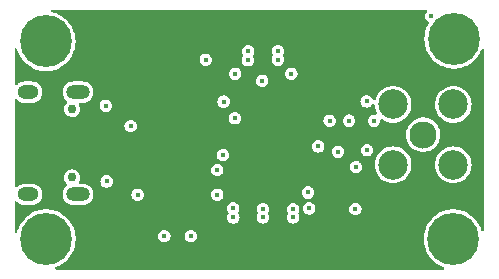
<source format=gbr>
%TF.GenerationSoftware,KiCad,Pcbnew,6.0.4-6f826c9f35~116~ubuntu20.04.1*%
%TF.CreationDate,2022-04-28T13:00:12+07:00*%
%TF.ProjectId,W2AEWPulseGenerator,57324145-5750-4756-9c73-6547656e6572,rev?*%
%TF.SameCoordinates,Original*%
%TF.FileFunction,Copper,L2,Inr*%
%TF.FilePolarity,Positive*%
%FSLAX46Y46*%
G04 Gerber Fmt 4.6, Leading zero omitted, Abs format (unit mm)*
G04 Created by KiCad (PCBNEW 6.0.4-6f826c9f35~116~ubuntu20.04.1) date 2022-04-28 13:00:12*
%MOMM*%
%LPD*%
G01*
G04 APERTURE LIST*
%TA.AperFunction,ComponentPad*%
%ADD10C,0.700000*%
%TD*%
%TA.AperFunction,ComponentPad*%
%ADD11C,4.400000*%
%TD*%
%TA.AperFunction,ComponentPad*%
%ADD12C,2.300000*%
%TD*%
%TA.AperFunction,ComponentPad*%
%ADD13C,2.500000*%
%TD*%
%TA.AperFunction,ComponentPad*%
%ADD14C,0.750000*%
%TD*%
%TA.AperFunction,ComponentPad*%
%ADD15O,2.000000X1.200000*%
%TD*%
%TA.AperFunction,ComponentPad*%
%ADD16O,1.800000X1.200000*%
%TD*%
%TA.AperFunction,ViaPad*%
%ADD17C,0.450000*%
%TD*%
G04 APERTURE END LIST*
D10*
%TO.N,GND*%
%TO.C,H3*%
X136460000Y-82090000D03*
X135293274Y-82573274D03*
X134810000Y-83740000D03*
D11*
X136460000Y-83740000D03*
D10*
X137626726Y-82573274D03*
X136460000Y-85390000D03*
X135293274Y-84906726D03*
X138110000Y-83740000D03*
X137626726Y-84906726D03*
%TD*%
%TO.N,GND*%
%TO.C,H4*%
X100823274Y-82573274D03*
X100823274Y-84906726D03*
X101990000Y-82090000D03*
X103156726Y-84906726D03*
X101990000Y-85390000D03*
X103640000Y-83740000D03*
X100340000Y-83740000D03*
D11*
X101990000Y-83740000D03*
D10*
X103156726Y-82573274D03*
%TD*%
D12*
%TO.N,/OUT*%
%TO.C,X1*%
X133921150Y-74904600D03*
D13*
%TO.N,GND*%
X131371250Y-72354700D03*
X136471050Y-72354700D03*
X136471050Y-77454500D03*
X131371250Y-77454500D03*
%TD*%
D14*
%TO.N,*%
%TO.C,USBC1*%
X104184600Y-72737900D03*
X104184600Y-78537900D03*
D15*
%TO.N,GND*%
X104684600Y-71307900D03*
D16*
X100484600Y-79967900D03*
D15*
X104684600Y-79967900D03*
D16*
X100484600Y-71307900D03*
%TD*%
D10*
%TO.N,GND*%
%TO.C,H2*%
X103630000Y-67020000D03*
X101980000Y-68670000D03*
X100813274Y-68186726D03*
X100330000Y-67020000D03*
X101980000Y-65370000D03*
X103146726Y-68186726D03*
X103146726Y-65853274D03*
D11*
X101980000Y-67020000D03*
D10*
X100813274Y-65853274D03*
%TD*%
D11*
%TO.N,GND*%
%TO.C,H1*%
X136520000Y-66820000D03*
D10*
X136520000Y-68470000D03*
X138170000Y-66820000D03*
X134870000Y-66820000D03*
X137686726Y-65653274D03*
X135353274Y-67986726D03*
X137686726Y-67986726D03*
X135353274Y-65653274D03*
X136520000Y-65170000D03*
%TD*%
D17*
%TO.N,VCC*%
X126490000Y-78470000D03*
X110750000Y-81000000D03*
X112000000Y-70250000D03*
%TO.N,GND*%
X116960000Y-76630000D03*
X134620000Y-64860000D03*
X124270000Y-81160000D03*
X120345200Y-81915000D03*
X112000000Y-83500000D03*
X127640000Y-73730000D03*
X119100600Y-67843400D03*
X122910600Y-81915000D03*
X116480000Y-77900000D03*
X128180000Y-81210000D03*
X114250000Y-83500000D03*
X122750000Y-69750000D03*
X116480000Y-79990000D03*
X117017800Y-72110600D03*
X115510000Y-68580000D03*
X129133600Y-72085200D03*
X118000000Y-69750000D03*
X117850000Y-81910000D03*
X107054000Y-72462900D03*
X128219200Y-77647800D03*
X107109400Y-78875000D03*
X109750000Y-80000000D03*
X109150000Y-74180000D03*
X129750000Y-73740000D03*
X120290000Y-70360000D03*
X126000000Y-73740000D03*
X121615200Y-67843400D03*
X117970000Y-73520000D03*
X126700000Y-76350000D03*
X129160000Y-76220000D03*
X124170000Y-79810000D03*
X125030000Y-75900000D03*
%TO.N,/OUT*%
X119075200Y-68607400D03*
X120345200Y-81203800D03*
X117830600Y-81153000D03*
X122910600Y-81229200D03*
X121615200Y-68555600D03*
%TD*%
%TA.AperFunction,Conductor*%
%TO.N,VCC*%
G36*
X134182941Y-64342160D02*
G01*
X134229434Y-64395816D01*
X134239538Y-64466090D01*
X134214782Y-64524862D01*
X134160976Y-64594983D01*
X134108026Y-64722817D01*
X134089965Y-64860000D01*
X134108026Y-64997183D01*
X134160976Y-65125017D01*
X134203093Y-65179904D01*
X134240180Y-65228238D01*
X134240183Y-65228241D01*
X134245209Y-65234791D01*
X134251759Y-65239817D01*
X134251760Y-65239818D01*
X134348432Y-65313998D01*
X134354982Y-65319024D01*
X134357677Y-65320140D01*
X134404963Y-65369732D01*
X134418399Y-65439446D01*
X134399357Y-65494979D01*
X134324463Y-65612993D01*
X134322779Y-65616572D01*
X134322775Y-65616579D01*
X134192186Y-65894095D01*
X134190497Y-65897685D01*
X134093269Y-66196921D01*
X134034312Y-66505985D01*
X134014556Y-66820000D01*
X134034312Y-67134015D01*
X134093269Y-67443079D01*
X134135103Y-67571830D01*
X134176289Y-67698586D01*
X134190497Y-67742315D01*
X134192184Y-67745900D01*
X134192186Y-67745905D01*
X134322775Y-68023421D01*
X134322779Y-68023428D01*
X134324463Y-68027007D01*
X134493053Y-68292663D01*
X134693610Y-68535094D01*
X134922970Y-68750478D01*
X134926172Y-68752805D01*
X134926174Y-68752806D01*
X135174307Y-68933085D01*
X135174312Y-68933088D01*
X135177516Y-68935416D01*
X135453234Y-69086994D01*
X135569647Y-69133085D01*
X135742092Y-69201361D01*
X135742095Y-69201362D01*
X135745775Y-69202819D01*
X135749609Y-69203803D01*
X135749617Y-69203806D01*
X135938074Y-69252193D01*
X136050527Y-69281066D01*
X136054455Y-69281562D01*
X136054459Y-69281563D01*
X136168782Y-69296005D01*
X136362682Y-69320500D01*
X136677318Y-69320500D01*
X136871218Y-69296005D01*
X136985541Y-69281563D01*
X136985545Y-69281562D01*
X136989473Y-69281066D01*
X137101926Y-69252193D01*
X137290383Y-69203806D01*
X137290391Y-69203803D01*
X137294225Y-69202819D01*
X137297905Y-69201362D01*
X137297908Y-69201361D01*
X137470353Y-69133085D01*
X137586766Y-69086994D01*
X137862484Y-68935416D01*
X137865688Y-68933088D01*
X137865693Y-68933085D01*
X138113826Y-68752806D01*
X138113828Y-68752805D01*
X138117030Y-68750478D01*
X138346390Y-68535094D01*
X138546947Y-68292663D01*
X138715537Y-68027007D01*
X138717221Y-68023428D01*
X138717225Y-68023421D01*
X138847816Y-67745900D01*
X138849503Y-67742315D01*
X138849543Y-67742334D01*
X138892578Y-67687178D01*
X138959581Y-67663701D01*
X139028640Y-67680176D01*
X139077828Y-67731372D01*
X139092056Y-67789535D01*
X139092056Y-82953315D01*
X139072054Y-83021436D01*
X139018398Y-83067929D01*
X138948124Y-83078033D01*
X138883544Y-83048539D01*
X138846223Y-82992251D01*
X138790729Y-82821458D01*
X138790729Y-82821457D01*
X138789503Y-82817685D01*
X138787814Y-82814095D01*
X138657225Y-82536579D01*
X138657221Y-82536572D01*
X138655537Y-82532993D01*
X138486947Y-82267337D01*
X138286390Y-82024906D01*
X138057030Y-81809522D01*
X138006510Y-81772817D01*
X137805693Y-81626915D01*
X137805688Y-81626912D01*
X137802484Y-81624584D01*
X137576479Y-81500336D01*
X137530228Y-81474909D01*
X137530225Y-81474907D01*
X137526766Y-81473006D01*
X137367363Y-81409894D01*
X137237908Y-81358639D01*
X137237905Y-81358638D01*
X137234225Y-81357181D01*
X137230391Y-81356197D01*
X137230383Y-81356194D01*
X137030269Y-81304814D01*
X136929473Y-81278934D01*
X136925545Y-81278438D01*
X136925541Y-81278437D01*
X136801625Y-81262783D01*
X136617318Y-81239500D01*
X136302682Y-81239500D01*
X136118375Y-81262783D01*
X135994459Y-81278437D01*
X135994455Y-81278438D01*
X135990527Y-81278934D01*
X135889731Y-81304814D01*
X135689617Y-81356194D01*
X135689609Y-81356197D01*
X135685775Y-81357181D01*
X135682095Y-81358638D01*
X135682092Y-81358639D01*
X135552638Y-81409894D01*
X135393234Y-81473006D01*
X135389775Y-81474907D01*
X135389772Y-81474909D01*
X135343521Y-81500336D01*
X135117516Y-81624584D01*
X135114312Y-81626912D01*
X135114307Y-81626915D01*
X134913490Y-81772817D01*
X134862970Y-81809522D01*
X134633610Y-82024906D01*
X134433053Y-82267337D01*
X134264463Y-82532993D01*
X134262779Y-82536572D01*
X134262775Y-82536579D01*
X134132186Y-82814095D01*
X134130497Y-82817685D01*
X134033269Y-83116921D01*
X133974312Y-83425985D01*
X133954556Y-83740000D01*
X133974312Y-84054015D01*
X134033269Y-84363079D01*
X134130497Y-84662315D01*
X134132184Y-84665901D01*
X134132186Y-84665905D01*
X134262775Y-84943421D01*
X134262779Y-84943428D01*
X134264463Y-84947007D01*
X134433053Y-85212663D01*
X134633610Y-85455094D01*
X134862970Y-85670478D01*
X134866172Y-85672805D01*
X134866174Y-85672806D01*
X135114307Y-85853085D01*
X135114312Y-85853088D01*
X135117516Y-85855416D01*
X135155209Y-85876138D01*
X135278211Y-85943759D01*
X135393234Y-86006994D01*
X135549646Y-86068922D01*
X135636700Y-86103389D01*
X135692674Y-86147064D01*
X135716150Y-86214066D01*
X135699674Y-86283125D01*
X135648479Y-86332314D01*
X135590316Y-86346541D01*
X102859684Y-86346541D01*
X102791563Y-86326539D01*
X102745070Y-86272883D01*
X102734966Y-86202609D01*
X102764460Y-86138029D01*
X102813300Y-86103389D01*
X102900354Y-86068922D01*
X103056766Y-86006994D01*
X103171790Y-85943759D01*
X103294791Y-85876138D01*
X103332484Y-85855416D01*
X103335688Y-85853088D01*
X103335693Y-85853085D01*
X103583826Y-85672806D01*
X103583828Y-85672805D01*
X103587030Y-85670478D01*
X103816390Y-85455094D01*
X104016947Y-85212663D01*
X104185537Y-84947007D01*
X104187221Y-84943428D01*
X104187225Y-84943421D01*
X104317814Y-84665905D01*
X104317816Y-84665901D01*
X104319503Y-84662315D01*
X104416731Y-84363079D01*
X104475688Y-84054015D01*
X104495444Y-83740000D01*
X104480345Y-83500000D01*
X111469965Y-83500000D01*
X111488026Y-83637183D01*
X111540976Y-83765017D01*
X111583093Y-83819904D01*
X111620180Y-83868238D01*
X111620183Y-83868241D01*
X111625209Y-83874791D01*
X111734982Y-83959024D01*
X111742611Y-83962184D01*
X111855189Y-84008815D01*
X111855193Y-84008816D01*
X111862817Y-84011974D01*
X111870997Y-84013051D01*
X111871001Y-84013052D01*
X111991812Y-84028957D01*
X112000000Y-84030035D01*
X112008188Y-84028957D01*
X112128999Y-84013052D01*
X112129003Y-84013051D01*
X112137183Y-84011974D01*
X112144807Y-84008816D01*
X112144811Y-84008815D01*
X112257389Y-83962184D01*
X112265018Y-83959024D01*
X112374791Y-83874791D01*
X112379817Y-83868241D01*
X112379820Y-83868238D01*
X112416907Y-83819904D01*
X112459024Y-83765017D01*
X112511974Y-83637183D01*
X112530035Y-83500000D01*
X113719965Y-83500000D01*
X113738026Y-83637183D01*
X113790976Y-83765017D01*
X113833093Y-83819904D01*
X113870180Y-83868238D01*
X113870183Y-83868241D01*
X113875209Y-83874791D01*
X113984982Y-83959024D01*
X113992611Y-83962184D01*
X114105189Y-84008815D01*
X114105193Y-84008816D01*
X114112817Y-84011974D01*
X114120997Y-84013051D01*
X114121001Y-84013052D01*
X114241812Y-84028957D01*
X114250000Y-84030035D01*
X114258188Y-84028957D01*
X114378999Y-84013052D01*
X114379003Y-84013051D01*
X114387183Y-84011974D01*
X114394807Y-84008816D01*
X114394811Y-84008815D01*
X114507389Y-83962184D01*
X114515018Y-83959024D01*
X114624791Y-83874791D01*
X114629817Y-83868241D01*
X114629820Y-83868238D01*
X114666907Y-83819904D01*
X114709024Y-83765017D01*
X114761974Y-83637183D01*
X114780035Y-83500000D01*
X114761974Y-83362817D01*
X114709024Y-83234983D01*
X114659687Y-83170686D01*
X114629820Y-83131762D01*
X114629817Y-83131759D01*
X114624791Y-83125209D01*
X114515018Y-83040976D01*
X114507389Y-83037816D01*
X114394811Y-82991185D01*
X114394807Y-82991184D01*
X114387183Y-82988026D01*
X114379003Y-82986949D01*
X114378999Y-82986948D01*
X114258188Y-82971043D01*
X114250000Y-82969965D01*
X114112817Y-82988026D01*
X113984983Y-83040976D01*
X113875209Y-83125209D01*
X113790976Y-83234983D01*
X113738026Y-83362817D01*
X113719965Y-83500000D01*
X112530035Y-83500000D01*
X112511974Y-83362817D01*
X112459024Y-83234983D01*
X112409687Y-83170686D01*
X112379820Y-83131762D01*
X112379817Y-83131759D01*
X112374791Y-83125209D01*
X112265018Y-83040976D01*
X112257389Y-83037816D01*
X112144811Y-82991185D01*
X112144807Y-82991184D01*
X112137183Y-82988026D01*
X112129003Y-82986949D01*
X112128999Y-82986948D01*
X112008188Y-82971043D01*
X112000000Y-82969965D01*
X111862817Y-82988026D01*
X111734983Y-83040976D01*
X111625209Y-83125209D01*
X111540976Y-83234983D01*
X111488026Y-83362817D01*
X111469965Y-83500000D01*
X104480345Y-83500000D01*
X104475688Y-83425985D01*
X104416731Y-83116921D01*
X104319503Y-82817685D01*
X104317814Y-82814095D01*
X104187225Y-82536579D01*
X104187221Y-82536572D01*
X104185537Y-82532993D01*
X104016947Y-82267337D01*
X103816390Y-82024906D01*
X103587030Y-81809522D01*
X103536510Y-81772817D01*
X103335693Y-81626915D01*
X103335688Y-81626912D01*
X103332484Y-81624584D01*
X103106479Y-81500336D01*
X103060228Y-81474909D01*
X103060225Y-81474907D01*
X103056766Y-81473006D01*
X102897363Y-81409894D01*
X102767908Y-81358639D01*
X102767905Y-81358638D01*
X102764225Y-81357181D01*
X102760391Y-81356197D01*
X102760383Y-81356194D01*
X102560269Y-81304814D01*
X102459473Y-81278934D01*
X102455545Y-81278438D01*
X102455541Y-81278437D01*
X102331625Y-81262783D01*
X102147318Y-81239500D01*
X101832682Y-81239500D01*
X101648375Y-81262783D01*
X101524459Y-81278437D01*
X101524455Y-81278438D01*
X101520527Y-81278934D01*
X101419731Y-81304814D01*
X101219617Y-81356194D01*
X101219609Y-81356197D01*
X101215775Y-81357181D01*
X101212095Y-81358638D01*
X101212092Y-81358639D01*
X101082638Y-81409894D01*
X100923234Y-81473006D01*
X100919775Y-81474907D01*
X100919772Y-81474909D01*
X100873521Y-81500336D01*
X100647516Y-81624584D01*
X100644312Y-81626912D01*
X100644307Y-81626915D01*
X100443490Y-81772817D01*
X100392970Y-81809522D01*
X100163610Y-82024906D01*
X99963053Y-82267337D01*
X99794463Y-82532993D01*
X99792779Y-82536572D01*
X99792775Y-82536579D01*
X99662186Y-82814095D01*
X99660497Y-82817685D01*
X99659271Y-82821457D01*
X99659271Y-82821458D01*
X99564842Y-83112080D01*
X99524768Y-83170686D01*
X99459372Y-83198323D01*
X99389415Y-83186216D01*
X99337109Y-83138210D01*
X99319009Y-83073144D01*
X99319009Y-81153000D01*
X117300565Y-81153000D01*
X117318626Y-81290183D01*
X117371576Y-81418017D01*
X117409499Y-81467439D01*
X117435099Y-81533656D01*
X117420835Y-81603205D01*
X117409503Y-81620839D01*
X117390976Y-81644983D01*
X117338026Y-81772817D01*
X117319965Y-81910000D01*
X117338026Y-82047183D01*
X117390976Y-82175017D01*
X117433093Y-82229904D01*
X117470180Y-82278238D01*
X117470183Y-82278241D01*
X117475209Y-82284791D01*
X117584982Y-82369024D01*
X117592611Y-82372184D01*
X117705189Y-82418815D01*
X117705193Y-82418816D01*
X117712817Y-82421974D01*
X117720997Y-82423051D01*
X117721001Y-82423052D01*
X117841812Y-82438957D01*
X117850000Y-82440035D01*
X117858188Y-82438957D01*
X117978999Y-82423052D01*
X117979003Y-82423051D01*
X117987183Y-82421974D01*
X117994807Y-82418816D01*
X117994811Y-82418815D01*
X118107389Y-82372184D01*
X118115018Y-82369024D01*
X118224791Y-82284791D01*
X118229817Y-82278241D01*
X118229820Y-82278238D01*
X118266907Y-82229904D01*
X118309024Y-82175017D01*
X118361974Y-82047183D01*
X118379377Y-81915000D01*
X119815165Y-81915000D01*
X119833226Y-82052183D01*
X119886176Y-82180017D01*
X119928293Y-82234904D01*
X119965380Y-82283238D01*
X119965383Y-82283241D01*
X119970409Y-82289791D01*
X120080182Y-82374024D01*
X120087811Y-82377184D01*
X120200389Y-82423815D01*
X120200393Y-82423816D01*
X120208017Y-82426974D01*
X120216197Y-82428051D01*
X120216201Y-82428052D01*
X120337012Y-82443957D01*
X120345200Y-82445035D01*
X120353388Y-82443957D01*
X120474199Y-82428052D01*
X120474203Y-82428051D01*
X120482383Y-82426974D01*
X120490007Y-82423816D01*
X120490011Y-82423815D01*
X120602589Y-82377184D01*
X120610218Y-82374024D01*
X120719991Y-82289791D01*
X120725017Y-82283241D01*
X120725020Y-82283238D01*
X120762108Y-82234904D01*
X120804224Y-82180017D01*
X120857174Y-82052183D01*
X120875235Y-81915000D01*
X122380565Y-81915000D01*
X122398626Y-82052183D01*
X122451576Y-82180017D01*
X122493693Y-82234904D01*
X122530780Y-82283238D01*
X122530783Y-82283241D01*
X122535809Y-82289791D01*
X122645582Y-82374024D01*
X122653211Y-82377184D01*
X122765789Y-82423815D01*
X122765793Y-82423816D01*
X122773417Y-82426974D01*
X122781597Y-82428051D01*
X122781601Y-82428052D01*
X122902412Y-82443957D01*
X122910600Y-82445035D01*
X122918788Y-82443957D01*
X123039599Y-82428052D01*
X123039603Y-82428051D01*
X123047783Y-82426974D01*
X123055407Y-82423816D01*
X123055411Y-82423815D01*
X123167989Y-82377184D01*
X123175618Y-82374024D01*
X123285391Y-82289791D01*
X123290417Y-82283241D01*
X123290420Y-82283238D01*
X123327508Y-82234904D01*
X123369624Y-82180017D01*
X123422574Y-82052183D01*
X123440635Y-81915000D01*
X123422574Y-81777817D01*
X123369624Y-81649983D01*
X123364595Y-81643429D01*
X123360468Y-81636281D01*
X123363258Y-81634670D01*
X123343120Y-81582605D01*
X123357373Y-81513054D01*
X123360618Y-81508005D01*
X123360468Y-81507919D01*
X123364595Y-81500771D01*
X123369624Y-81494217D01*
X123422574Y-81366383D01*
X123440635Y-81229200D01*
X123431524Y-81160000D01*
X123739965Y-81160000D01*
X123758026Y-81297183D01*
X123810976Y-81425017D01*
X123849260Y-81474909D01*
X123890180Y-81528238D01*
X123890183Y-81528241D01*
X123895209Y-81534791D01*
X123901759Y-81539817D01*
X123901760Y-81539818D01*
X123998432Y-81613998D01*
X124004982Y-81619024D01*
X124012611Y-81622184D01*
X124125189Y-81668815D01*
X124125193Y-81668816D01*
X124132817Y-81671974D01*
X124140997Y-81673051D01*
X124141001Y-81673052D01*
X124261812Y-81688957D01*
X124270000Y-81690035D01*
X124278188Y-81688957D01*
X124398999Y-81673052D01*
X124399003Y-81673051D01*
X124407183Y-81671974D01*
X124414807Y-81668816D01*
X124414811Y-81668815D01*
X124527389Y-81622184D01*
X124535018Y-81619024D01*
X124541568Y-81613998D01*
X124638240Y-81539818D01*
X124638241Y-81539817D01*
X124644791Y-81534791D01*
X124649817Y-81528241D01*
X124649820Y-81528238D01*
X124690740Y-81474909D01*
X124729024Y-81425017D01*
X124781974Y-81297183D01*
X124793452Y-81210000D01*
X127649965Y-81210000D01*
X127668026Y-81347183D01*
X127720976Y-81475017D01*
X127735709Y-81494217D01*
X127800180Y-81578238D01*
X127800183Y-81578241D01*
X127805209Y-81584791D01*
X127811759Y-81589817D01*
X127811760Y-81589818D01*
X127890168Y-81649983D01*
X127914982Y-81669024D01*
X127922611Y-81672184D01*
X128035189Y-81718815D01*
X128035193Y-81718816D01*
X128042817Y-81721974D01*
X128050997Y-81723051D01*
X128051001Y-81723052D01*
X128171812Y-81738957D01*
X128180000Y-81740035D01*
X128188188Y-81738957D01*
X128308999Y-81723052D01*
X128309003Y-81723051D01*
X128317183Y-81721974D01*
X128324807Y-81718816D01*
X128324811Y-81718815D01*
X128437389Y-81672184D01*
X128445018Y-81669024D01*
X128469832Y-81649983D01*
X128548240Y-81589818D01*
X128548241Y-81589817D01*
X128554791Y-81584791D01*
X128559817Y-81578241D01*
X128559820Y-81578238D01*
X128624291Y-81494217D01*
X128639024Y-81475017D01*
X128691974Y-81347183D01*
X128710035Y-81210000D01*
X128691974Y-81072817D01*
X128639024Y-80944983D01*
X128590258Y-80881430D01*
X128559820Y-80841762D01*
X128559817Y-80841759D01*
X128554791Y-80835209D01*
X128505155Y-80797121D01*
X128451568Y-80756002D01*
X128445018Y-80750976D01*
X128422421Y-80741616D01*
X128324811Y-80701185D01*
X128324807Y-80701184D01*
X128317183Y-80698026D01*
X128309003Y-80696949D01*
X128308999Y-80696948D01*
X128188188Y-80681043D01*
X128180000Y-80679965D01*
X128042817Y-80698026D01*
X127914983Y-80750976D01*
X127805209Y-80835209D01*
X127720976Y-80944983D01*
X127668026Y-81072817D01*
X127649965Y-81210000D01*
X124793452Y-81210000D01*
X124800035Y-81160000D01*
X124781974Y-81022817D01*
X124729024Y-80894983D01*
X124678400Y-80829009D01*
X124649820Y-80791762D01*
X124649817Y-80791759D01*
X124644791Y-80785209D01*
X124629118Y-80773182D01*
X124541568Y-80706002D01*
X124535018Y-80700976D01*
X124525293Y-80696948D01*
X124414811Y-80651185D01*
X124414807Y-80651184D01*
X124407183Y-80648026D01*
X124399003Y-80646949D01*
X124398999Y-80646948D01*
X124278188Y-80631043D01*
X124270000Y-80629965D01*
X124132817Y-80648026D01*
X124004983Y-80700976D01*
X123895209Y-80785209D01*
X123810976Y-80894983D01*
X123758026Y-81022817D01*
X123739965Y-81160000D01*
X123431524Y-81160000D01*
X123422574Y-81092017D01*
X123369624Y-80964183D01*
X123327507Y-80909296D01*
X123290420Y-80860962D01*
X123290417Y-80860959D01*
X123285391Y-80854409D01*
X123268910Y-80841762D01*
X123182168Y-80775202D01*
X123175618Y-80770176D01*
X123141406Y-80756005D01*
X123055411Y-80720385D01*
X123055407Y-80720384D01*
X123047783Y-80717226D01*
X123039603Y-80716149D01*
X123039599Y-80716148D01*
X122918788Y-80700243D01*
X122910600Y-80699165D01*
X122773417Y-80717226D01*
X122645583Y-80770176D01*
X122535809Y-80854409D01*
X122451576Y-80964183D01*
X122398626Y-81092017D01*
X122380565Y-81229200D01*
X122398626Y-81366383D01*
X122451576Y-81494217D01*
X122456605Y-81500771D01*
X122460732Y-81507919D01*
X122457942Y-81509530D01*
X122478080Y-81561595D01*
X122463827Y-81631146D01*
X122460582Y-81636195D01*
X122460732Y-81636281D01*
X122456605Y-81643429D01*
X122451576Y-81649983D01*
X122398626Y-81777817D01*
X122380565Y-81915000D01*
X120875235Y-81915000D01*
X120857174Y-81777817D01*
X120804224Y-81649983D01*
X120793573Y-81636102D01*
X120767973Y-81569885D01*
X120782237Y-81500336D01*
X120793569Y-81482703D01*
X120804224Y-81468817D01*
X120857174Y-81340983D01*
X120875235Y-81203800D01*
X120857174Y-81066617D01*
X120804224Y-80938783D01*
X120744510Y-80860962D01*
X120725020Y-80835562D01*
X120725017Y-80835559D01*
X120719991Y-80829009D01*
X120678435Y-80797121D01*
X120616768Y-80749802D01*
X120610218Y-80744776D01*
X120551332Y-80720385D01*
X120490011Y-80694985D01*
X120490007Y-80694984D01*
X120482383Y-80691826D01*
X120474203Y-80690749D01*
X120474199Y-80690748D01*
X120353388Y-80674843D01*
X120345200Y-80673765D01*
X120208017Y-80691826D01*
X120080183Y-80744776D01*
X119970409Y-80829009D01*
X119886176Y-80938783D01*
X119833226Y-81066617D01*
X119815165Y-81203800D01*
X119833226Y-81340983D01*
X119886176Y-81468817D01*
X119896827Y-81482698D01*
X119922427Y-81548915D01*
X119908163Y-81618464D01*
X119896831Y-81636097D01*
X119886176Y-81649983D01*
X119833226Y-81777817D01*
X119815165Y-81915000D01*
X118379377Y-81915000D01*
X118380035Y-81910000D01*
X118361974Y-81772817D01*
X118309024Y-81644983D01*
X118271101Y-81595561D01*
X118245501Y-81529344D01*
X118259765Y-81459795D01*
X118271097Y-81442161D01*
X118289624Y-81418017D01*
X118342574Y-81290183D01*
X118360635Y-81153000D01*
X118342574Y-81015817D01*
X118289624Y-80887983D01*
X118245272Y-80830183D01*
X118210420Y-80784762D01*
X118210417Y-80784759D01*
X118205391Y-80778209D01*
X118194923Y-80770176D01*
X118102168Y-80699002D01*
X118095618Y-80693976D01*
X118069749Y-80683261D01*
X117975411Y-80644185D01*
X117975407Y-80644184D01*
X117967783Y-80641026D01*
X117959603Y-80639949D01*
X117959599Y-80639948D01*
X117838788Y-80624043D01*
X117830600Y-80622965D01*
X117693417Y-80641026D01*
X117565583Y-80693976D01*
X117455809Y-80778209D01*
X117371576Y-80887983D01*
X117318626Y-81015817D01*
X117300565Y-81153000D01*
X99319009Y-81153000D01*
X99319009Y-80683261D01*
X99339011Y-80615140D01*
X99392667Y-80568647D01*
X99462941Y-80558543D01*
X99529319Y-80589625D01*
X99589917Y-80644187D01*
X99646336Y-80694987D01*
X99652384Y-80700433D01*
X99658105Y-80703736D01*
X99810571Y-80791762D01*
X99816316Y-80795079D01*
X99996344Y-80853574D01*
X100002905Y-80854264D01*
X100002907Y-80854264D01*
X100056563Y-80859903D01*
X100137408Y-80868400D01*
X100831792Y-80868400D01*
X100912637Y-80859903D01*
X100966293Y-80854264D01*
X100966295Y-80854264D01*
X100972856Y-80853574D01*
X101152884Y-80795079D01*
X101158630Y-80791762D01*
X101311095Y-80703736D01*
X101316816Y-80700433D01*
X101321724Y-80696014D01*
X101452585Y-80578186D01*
X101452586Y-80578184D01*
X101457488Y-80573771D01*
X101511947Y-80498815D01*
X101564870Y-80425972D01*
X101564871Y-80425971D01*
X101568751Y-80420630D01*
X101645744Y-80247703D01*
X101673102Y-80118994D01*
X101683728Y-80069003D01*
X101683728Y-80068999D01*
X101685100Y-80062546D01*
X103384100Y-80062546D01*
X103385472Y-80068999D01*
X103385472Y-80069003D01*
X103396098Y-80118994D01*
X103423456Y-80247703D01*
X103500449Y-80420630D01*
X103504329Y-80425971D01*
X103504330Y-80425972D01*
X103557253Y-80498815D01*
X103611712Y-80573771D01*
X103616614Y-80578184D01*
X103616615Y-80578186D01*
X103747476Y-80696014D01*
X103752384Y-80700433D01*
X103758105Y-80703736D01*
X103910571Y-80791762D01*
X103916316Y-80795079D01*
X104096344Y-80853574D01*
X104102905Y-80854264D01*
X104102907Y-80854264D01*
X104156563Y-80859903D01*
X104237408Y-80868400D01*
X105131792Y-80868400D01*
X105212637Y-80859903D01*
X105266293Y-80854264D01*
X105266295Y-80854264D01*
X105272856Y-80853574D01*
X105452884Y-80795079D01*
X105458630Y-80791762D01*
X105611095Y-80703736D01*
X105616816Y-80700433D01*
X105621724Y-80696014D01*
X105752585Y-80578186D01*
X105752586Y-80578184D01*
X105757488Y-80573771D01*
X105811947Y-80498815D01*
X105864870Y-80425972D01*
X105864871Y-80425971D01*
X105868751Y-80420630D01*
X105945744Y-80247703D01*
X105973102Y-80118994D01*
X105983728Y-80069003D01*
X105983728Y-80068999D01*
X105985100Y-80062546D01*
X105985100Y-80000000D01*
X109219965Y-80000000D01*
X109238026Y-80137183D01*
X109290976Y-80265017D01*
X109332257Y-80318815D01*
X109370180Y-80368238D01*
X109370183Y-80368241D01*
X109375209Y-80374791D01*
X109484982Y-80459024D01*
X109492611Y-80462184D01*
X109605189Y-80508815D01*
X109605193Y-80508816D01*
X109612817Y-80511974D01*
X109620997Y-80513051D01*
X109621001Y-80513052D01*
X109741812Y-80528957D01*
X109750000Y-80530035D01*
X109758188Y-80528957D01*
X109878999Y-80513052D01*
X109879003Y-80513051D01*
X109887183Y-80511974D01*
X109894807Y-80508816D01*
X109894811Y-80508815D01*
X110007389Y-80462184D01*
X110015018Y-80459024D01*
X110124791Y-80374791D01*
X110129817Y-80368241D01*
X110129820Y-80368238D01*
X110167743Y-80318815D01*
X110209024Y-80265017D01*
X110261974Y-80137183D01*
X110280035Y-80000000D01*
X110278718Y-79990000D01*
X115949965Y-79990000D01*
X115968026Y-80127183D01*
X116020976Y-80255017D01*
X116033678Y-80271570D01*
X116100180Y-80358238D01*
X116100183Y-80358241D01*
X116105209Y-80364791D01*
X116214982Y-80449024D01*
X116222611Y-80452184D01*
X116335189Y-80498815D01*
X116335193Y-80498816D01*
X116342817Y-80501974D01*
X116350997Y-80503051D01*
X116351001Y-80503052D01*
X116471812Y-80518957D01*
X116480000Y-80520035D01*
X116488188Y-80518957D01*
X116608999Y-80503052D01*
X116609003Y-80503051D01*
X116617183Y-80501974D01*
X116624807Y-80498816D01*
X116624811Y-80498815D01*
X116737389Y-80452184D01*
X116745018Y-80449024D01*
X116854791Y-80364791D01*
X116859817Y-80358241D01*
X116859820Y-80358238D01*
X116926322Y-80271570D01*
X116939024Y-80255017D01*
X116991974Y-80127183D01*
X117010035Y-79990000D01*
X116991974Y-79852817D01*
X116974239Y-79810000D01*
X123639965Y-79810000D01*
X123658026Y-79947183D01*
X123710976Y-80075017D01*
X123744721Y-80118994D01*
X123790180Y-80178238D01*
X123790183Y-80178241D01*
X123795209Y-80184791D01*
X123801759Y-80189817D01*
X123801760Y-80189818D01*
X123895268Y-80261570D01*
X123904982Y-80269024D01*
X123912611Y-80272184D01*
X124025189Y-80318815D01*
X124025193Y-80318816D01*
X124032817Y-80321974D01*
X124040997Y-80323051D01*
X124041001Y-80323052D01*
X124161812Y-80338957D01*
X124170000Y-80340035D01*
X124178188Y-80338957D01*
X124298999Y-80323052D01*
X124299003Y-80323051D01*
X124307183Y-80321974D01*
X124314807Y-80318816D01*
X124314811Y-80318815D01*
X124427389Y-80272184D01*
X124435018Y-80269024D01*
X124444732Y-80261570D01*
X124538240Y-80189818D01*
X124538241Y-80189817D01*
X124544791Y-80184791D01*
X124549817Y-80178241D01*
X124549820Y-80178238D01*
X124595279Y-80118994D01*
X124629024Y-80075017D01*
X124681974Y-79947183D01*
X124700035Y-79810000D01*
X124681974Y-79672817D01*
X124629024Y-79544983D01*
X124572288Y-79471043D01*
X124549820Y-79441762D01*
X124549817Y-79441759D01*
X124544791Y-79435209D01*
X124435018Y-79350976D01*
X124401721Y-79337184D01*
X124314811Y-79301185D01*
X124314807Y-79301184D01*
X124307183Y-79298026D01*
X124299003Y-79296949D01*
X124298999Y-79296948D01*
X124178188Y-79281043D01*
X124170000Y-79279965D01*
X124032817Y-79298026D01*
X123904983Y-79350976D01*
X123795209Y-79435209D01*
X123710976Y-79544983D01*
X123658026Y-79672817D01*
X123639965Y-79810000D01*
X116974239Y-79810000D01*
X116939024Y-79724983D01*
X116867493Y-79631762D01*
X116859820Y-79621762D01*
X116859817Y-79621759D01*
X116854791Y-79615209D01*
X116773216Y-79552613D01*
X116751568Y-79536002D01*
X116745018Y-79530976D01*
X116721426Y-79521204D01*
X116624811Y-79481185D01*
X116624807Y-79481184D01*
X116617183Y-79478026D01*
X116609003Y-79476949D01*
X116608999Y-79476948D01*
X116488188Y-79461043D01*
X116480000Y-79459965D01*
X116342817Y-79478026D01*
X116214983Y-79530976D01*
X116105209Y-79615209D01*
X116020976Y-79724983D01*
X115968026Y-79852817D01*
X115949965Y-79990000D01*
X110278718Y-79990000D01*
X110261974Y-79862817D01*
X110209024Y-79734983D01*
X110155467Y-79665186D01*
X110129820Y-79631762D01*
X110129817Y-79631759D01*
X110124791Y-79625209D01*
X110030184Y-79552613D01*
X110021568Y-79546002D01*
X110015018Y-79540976D01*
X110003017Y-79536005D01*
X109894811Y-79491185D01*
X109894807Y-79491184D01*
X109887183Y-79488026D01*
X109879003Y-79486949D01*
X109878999Y-79486948D01*
X109758188Y-79471043D01*
X109750000Y-79469965D01*
X109612817Y-79488026D01*
X109484983Y-79540976D01*
X109375209Y-79625209D01*
X109290976Y-79734983D01*
X109238026Y-79862817D01*
X109219965Y-80000000D01*
X105985100Y-80000000D01*
X105985100Y-79873254D01*
X105973396Y-79818188D01*
X105966578Y-79786112D01*
X105945744Y-79688097D01*
X105868751Y-79515170D01*
X105851327Y-79491187D01*
X105761367Y-79367368D01*
X105757488Y-79362029D01*
X105750795Y-79356002D01*
X105621724Y-79239786D01*
X105621723Y-79239785D01*
X105616816Y-79235367D01*
X105452884Y-79140721D01*
X105272856Y-79082226D01*
X105266295Y-79081536D01*
X105266293Y-79081536D01*
X105212637Y-79075897D01*
X105131792Y-79067400D01*
X104881664Y-79067400D01*
X104813543Y-79047398D01*
X104767050Y-78993742D01*
X104756946Y-78923468D01*
X104774640Y-78879551D01*
X104772801Y-78878540D01*
X104774747Y-78875000D01*
X106579365Y-78875000D01*
X106597426Y-79012183D01*
X106650376Y-79140017D01*
X106658903Y-79151129D01*
X106729580Y-79243238D01*
X106729583Y-79243241D01*
X106734609Y-79249791D01*
X106741159Y-79254817D01*
X106741160Y-79254818D01*
X106829580Y-79322666D01*
X106844382Y-79334024D01*
X106852011Y-79337184D01*
X106964589Y-79383815D01*
X106964593Y-79383816D01*
X106972217Y-79386974D01*
X106980397Y-79388051D01*
X106980401Y-79388052D01*
X107101212Y-79403957D01*
X107109400Y-79405035D01*
X107117588Y-79403957D01*
X107238399Y-79388052D01*
X107238403Y-79388051D01*
X107246583Y-79386974D01*
X107254207Y-79383816D01*
X107254211Y-79383815D01*
X107366789Y-79337184D01*
X107374418Y-79334024D01*
X107389220Y-79322666D01*
X107477640Y-79254818D01*
X107477641Y-79254817D01*
X107484191Y-79249791D01*
X107489217Y-79243241D01*
X107489220Y-79243238D01*
X107559897Y-79151129D01*
X107568424Y-79140017D01*
X107621374Y-79012183D01*
X107639435Y-78875000D01*
X107621374Y-78737817D01*
X107568424Y-78609983D01*
X107513438Y-78538324D01*
X107489220Y-78506762D01*
X107489217Y-78506759D01*
X107484191Y-78500209D01*
X107374418Y-78415976D01*
X107364756Y-78411974D01*
X107254211Y-78366185D01*
X107254207Y-78366184D01*
X107246583Y-78363026D01*
X107238403Y-78361949D01*
X107238399Y-78361948D01*
X107117588Y-78346043D01*
X107109400Y-78344965D01*
X106972217Y-78363026D01*
X106844383Y-78415976D01*
X106734609Y-78500209D01*
X106650376Y-78609983D01*
X106597426Y-78737817D01*
X106579365Y-78875000D01*
X104774747Y-78875000D01*
X104776460Y-78871884D01*
X104780893Y-78865715D01*
X104841875Y-78714016D01*
X104864912Y-78552150D01*
X104865061Y-78537900D01*
X104863288Y-78523243D01*
X104850915Y-78421002D01*
X104845419Y-78375587D01*
X104787627Y-78222645D01*
X104695021Y-78087903D01*
X104572948Y-77979140D01*
X104566238Y-77975587D01*
X104435166Y-77906188D01*
X104435164Y-77906187D01*
X104428455Y-77902635D01*
X104417965Y-77900000D01*
X115949965Y-77900000D01*
X115968026Y-78037183D01*
X116020976Y-78165017D01*
X116030812Y-78177835D01*
X116100180Y-78268238D01*
X116100183Y-78268241D01*
X116105209Y-78274791D01*
X116214982Y-78359024D01*
X116222611Y-78362184D01*
X116335189Y-78408815D01*
X116335193Y-78408816D01*
X116342817Y-78411974D01*
X116350997Y-78413051D01*
X116351001Y-78413052D01*
X116471812Y-78428957D01*
X116480000Y-78430035D01*
X116488188Y-78428957D01*
X116608999Y-78413052D01*
X116609003Y-78413051D01*
X116617183Y-78411974D01*
X116624807Y-78408816D01*
X116624811Y-78408815D01*
X116737389Y-78362184D01*
X116745018Y-78359024D01*
X116854791Y-78274791D01*
X116859817Y-78268241D01*
X116859820Y-78268238D01*
X116929188Y-78177835D01*
X116939024Y-78165017D01*
X116991974Y-78037183D01*
X117010035Y-77900000D01*
X116991974Y-77762817D01*
X116944333Y-77647800D01*
X127689165Y-77647800D01*
X127707226Y-77784983D01*
X127760176Y-77912817D01*
X127773597Y-77930307D01*
X127839380Y-78016038D01*
X127839383Y-78016041D01*
X127844409Y-78022591D01*
X127954182Y-78106824D01*
X127961811Y-78109984D01*
X128074389Y-78156615D01*
X128074393Y-78156616D01*
X128082017Y-78159774D01*
X128090197Y-78160851D01*
X128090201Y-78160852D01*
X128211012Y-78176757D01*
X128219200Y-78177835D01*
X128227388Y-78176757D01*
X128348199Y-78160852D01*
X128348203Y-78160851D01*
X128356383Y-78159774D01*
X128364007Y-78156616D01*
X128364011Y-78156615D01*
X128476589Y-78109984D01*
X128484218Y-78106824D01*
X128593991Y-78022591D01*
X128599017Y-78016041D01*
X128599020Y-78016038D01*
X128664803Y-77930307D01*
X128678224Y-77912817D01*
X128731174Y-77784983D01*
X128749235Y-77647800D01*
X128731174Y-77510617D01*
X128707930Y-77454500D01*
X129815956Y-77454500D01*
X129835104Y-77697802D01*
X129836259Y-77702611D01*
X129888299Y-77919370D01*
X129892078Y-77935112D01*
X129893968Y-77939675D01*
X129893970Y-77939681D01*
X129983578Y-78156015D01*
X129985473Y-78160589D01*
X130112991Y-78368679D01*
X130271491Y-78554259D01*
X130457071Y-78712759D01*
X130665161Y-78840277D01*
X130669731Y-78842170D01*
X130669735Y-78842172D01*
X130886069Y-78931780D01*
X130886075Y-78931782D01*
X130890638Y-78933672D01*
X130895438Y-78934824D01*
X130895443Y-78934826D01*
X131003952Y-78960877D01*
X131127948Y-78990646D01*
X131371250Y-79009794D01*
X131614552Y-78990646D01*
X131738548Y-78960877D01*
X131847057Y-78934826D01*
X131847062Y-78934824D01*
X131851862Y-78933672D01*
X131856425Y-78931782D01*
X131856431Y-78931780D01*
X132072765Y-78842172D01*
X132072769Y-78842170D01*
X132077339Y-78840277D01*
X132285429Y-78712759D01*
X132471009Y-78554259D01*
X132629509Y-78368679D01*
X132757027Y-78160589D01*
X132758922Y-78156015D01*
X132848530Y-77939681D01*
X132848532Y-77939675D01*
X132850422Y-77935112D01*
X132854202Y-77919370D01*
X132906241Y-77702611D01*
X132907396Y-77697802D01*
X132926544Y-77454500D01*
X134915756Y-77454500D01*
X134934904Y-77697802D01*
X134936059Y-77702611D01*
X134988099Y-77919370D01*
X134991878Y-77935112D01*
X134993768Y-77939675D01*
X134993770Y-77939681D01*
X135083378Y-78156015D01*
X135085273Y-78160589D01*
X135212791Y-78368679D01*
X135371291Y-78554259D01*
X135556871Y-78712759D01*
X135764961Y-78840277D01*
X135769531Y-78842170D01*
X135769535Y-78842172D01*
X135985869Y-78931780D01*
X135985875Y-78931782D01*
X135990438Y-78933672D01*
X135995238Y-78934824D01*
X135995243Y-78934826D01*
X136103752Y-78960877D01*
X136227748Y-78990646D01*
X136471050Y-79009794D01*
X136714352Y-78990646D01*
X136838348Y-78960877D01*
X136946857Y-78934826D01*
X136946862Y-78934824D01*
X136951662Y-78933672D01*
X136956225Y-78931782D01*
X136956231Y-78931780D01*
X137172565Y-78842172D01*
X137172569Y-78842170D01*
X137177139Y-78840277D01*
X137385229Y-78712759D01*
X137570809Y-78554259D01*
X137729309Y-78368679D01*
X137856827Y-78160589D01*
X137858722Y-78156015D01*
X137948330Y-77939681D01*
X137948332Y-77939675D01*
X137950222Y-77935112D01*
X137954002Y-77919370D01*
X138006041Y-77702611D01*
X138007196Y-77697802D01*
X138026344Y-77454500D01*
X138007196Y-77211198D01*
X137977427Y-77087202D01*
X137951376Y-76978693D01*
X137951374Y-76978688D01*
X137950222Y-76973888D01*
X137948332Y-76969325D01*
X137948330Y-76969319D01*
X137858722Y-76752985D01*
X137858720Y-76752981D01*
X137856827Y-76748411D01*
X137729309Y-76540321D01*
X137570809Y-76354741D01*
X137385229Y-76196241D01*
X137177139Y-76068723D01*
X137172569Y-76066830D01*
X137172565Y-76066828D01*
X136956231Y-75977220D01*
X136956225Y-75977218D01*
X136951662Y-75975328D01*
X136946862Y-75974176D01*
X136946857Y-75974174D01*
X136823231Y-75944494D01*
X136714352Y-75918354D01*
X136471050Y-75899206D01*
X136227748Y-75918354D01*
X136118869Y-75944494D01*
X135995243Y-75974174D01*
X135995238Y-75974176D01*
X135990438Y-75975328D01*
X135985875Y-75977218D01*
X135985869Y-75977220D01*
X135769535Y-76066828D01*
X135769531Y-76066830D01*
X135764961Y-76068723D01*
X135556871Y-76196241D01*
X135371291Y-76354741D01*
X135212791Y-76540321D01*
X135085273Y-76748411D01*
X135083380Y-76752981D01*
X135083378Y-76752985D01*
X134993770Y-76969319D01*
X134993768Y-76969325D01*
X134991878Y-76973888D01*
X134990726Y-76978688D01*
X134990724Y-76978693D01*
X134964673Y-77087202D01*
X134934904Y-77211198D01*
X134915756Y-77454500D01*
X132926544Y-77454500D01*
X132907396Y-77211198D01*
X132877627Y-77087202D01*
X132851576Y-76978693D01*
X132851574Y-76978688D01*
X132850422Y-76973888D01*
X132848532Y-76969325D01*
X132848530Y-76969319D01*
X132758922Y-76752985D01*
X132758920Y-76752981D01*
X132757027Y-76748411D01*
X132629509Y-76540321D01*
X132471009Y-76354741D01*
X132285429Y-76196241D01*
X132077339Y-76068723D01*
X132072769Y-76066830D01*
X132072765Y-76066828D01*
X131856431Y-75977220D01*
X131856425Y-75977218D01*
X131851862Y-75975328D01*
X131847062Y-75974176D01*
X131847057Y-75974174D01*
X131723431Y-75944494D01*
X131614552Y-75918354D01*
X131371250Y-75899206D01*
X131127948Y-75918354D01*
X131019069Y-75944494D01*
X130895443Y-75974174D01*
X130895438Y-75974176D01*
X130890638Y-75975328D01*
X130886075Y-75977218D01*
X130886069Y-75977220D01*
X130669735Y-76066828D01*
X130669731Y-76066830D01*
X130665161Y-76068723D01*
X130457071Y-76196241D01*
X130271491Y-76354741D01*
X130112991Y-76540321D01*
X129985473Y-76748411D01*
X129983580Y-76752981D01*
X129983578Y-76752985D01*
X129893970Y-76969319D01*
X129893968Y-76969325D01*
X129892078Y-76973888D01*
X129890926Y-76978688D01*
X129890924Y-76978693D01*
X129864873Y-77087202D01*
X129835104Y-77211198D01*
X129815956Y-77454500D01*
X128707930Y-77454500D01*
X128678224Y-77382783D01*
X128636107Y-77327896D01*
X128599020Y-77279562D01*
X128599017Y-77279559D01*
X128593991Y-77273009D01*
X128513439Y-77211198D01*
X128490768Y-77193802D01*
X128484218Y-77188776D01*
X128476589Y-77185616D01*
X128364011Y-77138985D01*
X128364007Y-77138984D01*
X128356383Y-77135826D01*
X128348203Y-77134749D01*
X128348199Y-77134748D01*
X128227388Y-77118843D01*
X128219200Y-77117765D01*
X128082017Y-77135826D01*
X127954183Y-77188776D01*
X127844409Y-77273009D01*
X127760176Y-77382783D01*
X127707226Y-77510617D01*
X127689165Y-77647800D01*
X116944333Y-77647800D01*
X116939024Y-77634983D01*
X116896908Y-77580096D01*
X116859820Y-77531762D01*
X116859817Y-77531759D01*
X116854791Y-77525209D01*
X116745018Y-77440976D01*
X116737389Y-77437816D01*
X116624811Y-77391185D01*
X116624807Y-77391184D01*
X116617183Y-77388026D01*
X116609003Y-77386949D01*
X116608999Y-77386948D01*
X116488188Y-77371043D01*
X116480000Y-77369965D01*
X116342817Y-77388026D01*
X116214983Y-77440976D01*
X116105209Y-77525209D01*
X116020976Y-77634983D01*
X115968026Y-77762817D01*
X115949965Y-77900000D01*
X104417965Y-77900000D01*
X104377385Y-77889807D01*
X104277255Y-77864656D01*
X104277251Y-77864656D01*
X104269884Y-77862805D01*
X104262285Y-77862765D01*
X104262283Y-77862765D01*
X104194253Y-77862409D01*
X104106390Y-77861949D01*
X104099010Y-77863721D01*
X104099008Y-77863721D01*
X103954789Y-77898344D01*
X103954785Y-77898345D01*
X103947410Y-77900116D01*
X103802124Y-77975104D01*
X103796402Y-77980096D01*
X103796400Y-77980097D01*
X103684644Y-78077588D01*
X103684641Y-78077591D01*
X103678919Y-78082583D01*
X103584907Y-78216348D01*
X103525517Y-78368676D01*
X103524526Y-78376203D01*
X103507338Y-78506759D01*
X103504176Y-78530774D01*
X103507124Y-78557472D01*
X103513764Y-78617613D01*
X103522118Y-78693284D01*
X103524727Y-78700415D01*
X103524728Y-78700417D01*
X103538415Y-78737817D01*
X103578305Y-78846823D01*
X103582541Y-78853126D01*
X103582541Y-78853127D01*
X103665260Y-78976227D01*
X103665263Y-78976230D01*
X103669494Y-78982527D01*
X103675108Y-78987635D01*
X103675112Y-78987640D01*
X103747427Y-79053442D01*
X103784349Y-79114082D01*
X103782626Y-79185058D01*
X103746937Y-79240271D01*
X103616619Y-79357609D01*
X103616611Y-79357618D01*
X103611712Y-79362029D01*
X103607833Y-79367368D01*
X103517874Y-79491187D01*
X103500449Y-79515170D01*
X103423456Y-79688097D01*
X103402622Y-79786112D01*
X103395805Y-79818188D01*
X103384100Y-79873254D01*
X103384100Y-80062546D01*
X101685100Y-80062546D01*
X101685100Y-79873254D01*
X101673396Y-79818188D01*
X101666578Y-79786112D01*
X101645744Y-79688097D01*
X101568751Y-79515170D01*
X101551327Y-79491187D01*
X101461367Y-79367368D01*
X101457488Y-79362029D01*
X101450795Y-79356002D01*
X101321724Y-79239786D01*
X101321723Y-79239785D01*
X101316816Y-79235367D01*
X101152884Y-79140721D01*
X100972856Y-79082226D01*
X100966295Y-79081536D01*
X100966293Y-79081536D01*
X100912637Y-79075897D01*
X100831792Y-79067400D01*
X100137408Y-79067400D01*
X100056563Y-79075897D01*
X100002907Y-79081536D01*
X100002905Y-79081536D01*
X99996344Y-79082226D01*
X99816316Y-79140721D01*
X99652384Y-79235367D01*
X99647477Y-79239785D01*
X99647476Y-79239786D01*
X99529320Y-79346175D01*
X99465312Y-79376892D01*
X99394859Y-79368129D01*
X99340327Y-79322666D01*
X99319009Y-79252539D01*
X99319009Y-76630000D01*
X116429965Y-76630000D01*
X116448026Y-76767183D01*
X116500976Y-76895017D01*
X116543092Y-76949904D01*
X116580180Y-76998238D01*
X116580183Y-76998241D01*
X116585209Y-77004791D01*
X116694982Y-77089024D01*
X116702611Y-77092184D01*
X116815189Y-77138815D01*
X116815193Y-77138816D01*
X116822817Y-77141974D01*
X116830997Y-77143051D01*
X116831001Y-77143052D01*
X116951812Y-77158957D01*
X116960000Y-77160035D01*
X116968188Y-77158957D01*
X117088999Y-77143052D01*
X117089003Y-77143051D01*
X117097183Y-77141974D01*
X117104807Y-77138816D01*
X117104811Y-77138815D01*
X117217389Y-77092184D01*
X117225018Y-77089024D01*
X117334791Y-77004791D01*
X117339817Y-76998241D01*
X117339820Y-76998238D01*
X117376908Y-76949904D01*
X117419024Y-76895017D01*
X117471974Y-76767183D01*
X117490035Y-76630000D01*
X117471974Y-76492817D01*
X117419024Y-76364983D01*
X117369494Y-76300435D01*
X117339820Y-76261762D01*
X117339817Y-76261759D01*
X117334791Y-76255209D01*
X117290218Y-76221006D01*
X117231568Y-76176002D01*
X117225018Y-76170976D01*
X117217389Y-76167816D01*
X117104811Y-76121185D01*
X117104807Y-76121184D01*
X117097183Y-76118026D01*
X117089003Y-76116949D01*
X117088999Y-76116948D01*
X116968188Y-76101043D01*
X116960000Y-76099965D01*
X116822817Y-76118026D01*
X116694983Y-76170976D01*
X116585209Y-76255209D01*
X116500976Y-76364983D01*
X116448026Y-76492817D01*
X116429965Y-76630000D01*
X99319009Y-76630000D01*
X99319009Y-75900000D01*
X124499965Y-75900000D01*
X124518026Y-76037183D01*
X124570976Y-76165017D01*
X124609010Y-76214584D01*
X124650180Y-76268238D01*
X124650183Y-76268241D01*
X124655209Y-76274791D01*
X124661759Y-76279817D01*
X124661760Y-76279818D01*
X124742551Y-76341812D01*
X124764982Y-76359024D01*
X124772611Y-76362184D01*
X124885189Y-76408815D01*
X124885193Y-76408816D01*
X124892817Y-76411974D01*
X124900997Y-76413051D01*
X124901001Y-76413052D01*
X125021812Y-76428957D01*
X125030000Y-76430035D01*
X125038188Y-76428957D01*
X125158999Y-76413052D01*
X125159003Y-76413051D01*
X125167183Y-76411974D01*
X125174807Y-76408816D01*
X125174811Y-76408815D01*
X125287389Y-76362184D01*
X125295018Y-76359024D01*
X125306778Y-76350000D01*
X126169965Y-76350000D01*
X126188026Y-76487183D01*
X126240976Y-76615017D01*
X126252473Y-76630000D01*
X126320180Y-76718238D01*
X126320183Y-76718241D01*
X126325209Y-76724791D01*
X126331759Y-76729817D01*
X126331760Y-76729818D01*
X126390399Y-76774814D01*
X126434982Y-76809024D01*
X126442611Y-76812184D01*
X126555189Y-76858815D01*
X126555193Y-76858816D01*
X126562817Y-76861974D01*
X126570997Y-76863051D01*
X126571001Y-76863052D01*
X126691812Y-76878957D01*
X126700000Y-76880035D01*
X126708188Y-76878957D01*
X126828999Y-76863052D01*
X126829003Y-76863051D01*
X126837183Y-76861974D01*
X126844807Y-76858816D01*
X126844811Y-76858815D01*
X126957389Y-76812184D01*
X126965018Y-76809024D01*
X127009601Y-76774814D01*
X127068240Y-76729818D01*
X127068241Y-76729817D01*
X127074791Y-76724791D01*
X127079817Y-76718241D01*
X127079820Y-76718238D01*
X127147527Y-76630000D01*
X127159024Y-76615017D01*
X127211974Y-76487183D01*
X127230035Y-76350000D01*
X127212920Y-76220000D01*
X128629965Y-76220000D01*
X128648026Y-76357183D01*
X128700976Y-76485017D01*
X128743092Y-76539904D01*
X128780180Y-76588238D01*
X128780183Y-76588241D01*
X128785209Y-76594791D01*
X128791759Y-76599817D01*
X128791760Y-76599818D01*
X128841764Y-76638188D01*
X128894982Y-76679024D01*
X128902611Y-76682184D01*
X129015189Y-76728815D01*
X129015193Y-76728816D01*
X129022817Y-76731974D01*
X129030997Y-76733051D01*
X129031001Y-76733052D01*
X129151812Y-76748957D01*
X129160000Y-76750035D01*
X129168188Y-76748957D01*
X129288999Y-76733052D01*
X129289003Y-76733051D01*
X129297183Y-76731974D01*
X129304807Y-76728816D01*
X129304811Y-76728815D01*
X129417389Y-76682184D01*
X129425018Y-76679024D01*
X129478236Y-76638188D01*
X129528240Y-76599818D01*
X129528241Y-76599817D01*
X129534791Y-76594791D01*
X129539817Y-76588241D01*
X129539820Y-76588238D01*
X129576908Y-76539904D01*
X129619024Y-76485017D01*
X129671974Y-76357183D01*
X129690035Y-76220000D01*
X129671974Y-76082817D01*
X129619024Y-75954983D01*
X129570551Y-75891812D01*
X129539820Y-75851762D01*
X129539817Y-75851759D01*
X129534791Y-75845209D01*
X129425018Y-75760976D01*
X129417389Y-75757816D01*
X129304811Y-75711185D01*
X129304807Y-75711184D01*
X129297183Y-75708026D01*
X129289003Y-75706949D01*
X129288999Y-75706948D01*
X129168188Y-75691043D01*
X129160000Y-75689965D01*
X129022817Y-75708026D01*
X128894983Y-75760976D01*
X128785209Y-75845209D01*
X128700976Y-75954983D01*
X128648026Y-76082817D01*
X128629965Y-76220000D01*
X127212920Y-76220000D01*
X127211974Y-76212817D01*
X127159024Y-76084983D01*
X127108609Y-76019281D01*
X127079820Y-75981762D01*
X127079817Y-75981759D01*
X127074791Y-75975209D01*
X127048433Y-75954983D01*
X126971568Y-75896002D01*
X126965018Y-75890976D01*
X126957389Y-75887816D01*
X126844811Y-75841185D01*
X126844807Y-75841184D01*
X126837183Y-75838026D01*
X126829003Y-75836949D01*
X126828999Y-75836948D01*
X126708188Y-75821043D01*
X126700000Y-75819965D01*
X126562817Y-75838026D01*
X126434983Y-75890976D01*
X126325209Y-75975209D01*
X126240976Y-76084983D01*
X126188026Y-76212817D01*
X126169965Y-76350000D01*
X125306778Y-76350000D01*
X125317449Y-76341812D01*
X125398240Y-76279818D01*
X125398241Y-76279817D01*
X125404791Y-76274791D01*
X125409817Y-76268241D01*
X125409820Y-76268238D01*
X125450990Y-76214584D01*
X125489024Y-76165017D01*
X125541974Y-76037183D01*
X125560035Y-75900000D01*
X125541974Y-75762817D01*
X125489024Y-75634983D01*
X125428452Y-75556044D01*
X125409820Y-75531762D01*
X125409817Y-75531759D01*
X125404791Y-75525209D01*
X125295018Y-75440976D01*
X125281662Y-75435444D01*
X125174811Y-75391185D01*
X125174807Y-75391184D01*
X125167183Y-75388026D01*
X125159003Y-75386949D01*
X125158999Y-75386948D01*
X125038188Y-75371043D01*
X125030000Y-75369965D01*
X124892817Y-75388026D01*
X124764983Y-75440976D01*
X124655209Y-75525209D01*
X124570976Y-75634983D01*
X124518026Y-75762817D01*
X124499965Y-75900000D01*
X99319009Y-75900000D01*
X99319009Y-74869040D01*
X132466113Y-74869040D01*
X132466410Y-74874192D01*
X132466410Y-74874196D01*
X132479546Y-75102003D01*
X132479547Y-75102009D01*
X132479844Y-75107162D01*
X132532281Y-75339845D01*
X132534225Y-75344632D01*
X132534226Y-75344636D01*
X132572063Y-75437816D01*
X132622017Y-75560839D01*
X132746643Y-75764209D01*
X132902810Y-75944494D01*
X133086326Y-76096852D01*
X133292262Y-76217191D01*
X133515087Y-76302280D01*
X133520155Y-76303311D01*
X133520158Y-76303312D01*
X133635417Y-76326762D01*
X133748816Y-76349833D01*
X133753989Y-76350023D01*
X133753992Y-76350023D01*
X133982011Y-76358384D01*
X133982015Y-76358384D01*
X133987175Y-76358573D01*
X133992296Y-76357917D01*
X134218639Y-76328921D01*
X134218640Y-76328921D01*
X134223759Y-76328265D01*
X134452218Y-76259725D01*
X134666414Y-76154791D01*
X134747642Y-76096852D01*
X134856392Y-76019281D01*
X134860595Y-76016283D01*
X134922110Y-75954983D01*
X134977692Y-75899594D01*
X135029547Y-75847920D01*
X135092023Y-75760976D01*
X135165714Y-75658423D01*
X135168732Y-75654223D01*
X135217256Y-75556044D01*
X135272119Y-75445037D01*
X135272120Y-75445035D01*
X135274413Y-75440395D01*
X135343750Y-75212177D01*
X135344425Y-75207051D01*
X135374446Y-74979021D01*
X135374447Y-74979014D01*
X135374883Y-74975699D01*
X135376621Y-74904600D01*
X135360536Y-74708957D01*
X135357501Y-74672035D01*
X135357500Y-74672029D01*
X135357077Y-74666884D01*
X135327275Y-74548238D01*
X135300230Y-74440563D01*
X135300229Y-74440559D01*
X135298971Y-74435552D01*
X135286565Y-74407020D01*
X135205922Y-74221553D01*
X135205920Y-74221550D01*
X135203862Y-74216816D01*
X135074305Y-74016551D01*
X135060674Y-74001570D01*
X134917257Y-73843958D01*
X134917255Y-73843957D01*
X134913779Y-73840136D01*
X134909728Y-73836937D01*
X134909724Y-73836933D01*
X134730650Y-73695509D01*
X134730646Y-73695507D01*
X134726595Y-73692307D01*
X134688333Y-73671185D01*
X134648133Y-73648994D01*
X134517781Y-73577036D01*
X134512912Y-73575312D01*
X134512908Y-73575310D01*
X134297813Y-73499141D01*
X134297811Y-73499140D01*
X134292944Y-73497417D01*
X134153698Y-73472613D01*
X134063210Y-73456494D01*
X134063206Y-73456494D01*
X134058122Y-73455588D01*
X133974290Y-73454564D01*
X133824790Y-73452737D01*
X133824788Y-73452737D01*
X133819621Y-73452674D01*
X133583848Y-73488753D01*
X133357132Y-73562855D01*
X133352544Y-73565243D01*
X133352540Y-73565245D01*
X133155100Y-73668026D01*
X133145564Y-73672990D01*
X133141431Y-73676093D01*
X133141428Y-73676095D01*
X133045410Y-73748188D01*
X132954825Y-73816202D01*
X132790037Y-73988642D01*
X132787123Y-73992914D01*
X132787122Y-73992915D01*
X132773609Y-74012725D01*
X132655625Y-74185682D01*
X132624353Y-74253052D01*
X132594585Y-74317183D01*
X132555201Y-74402028D01*
X132491459Y-74631872D01*
X132490910Y-74637009D01*
X132485374Y-74688815D01*
X132466113Y-74869040D01*
X99319009Y-74869040D01*
X99319009Y-74180000D01*
X108619965Y-74180000D01*
X108638026Y-74317183D01*
X108690976Y-74445017D01*
X108733093Y-74499904D01*
X108770180Y-74548238D01*
X108770183Y-74548241D01*
X108775209Y-74554791D01*
X108781759Y-74559817D01*
X108781760Y-74559818D01*
X108875661Y-74631872D01*
X108884982Y-74639024D01*
X108892611Y-74642184D01*
X109005189Y-74688815D01*
X109005193Y-74688816D01*
X109012817Y-74691974D01*
X109020997Y-74693051D01*
X109021001Y-74693052D01*
X109141812Y-74708957D01*
X109150000Y-74710035D01*
X109158188Y-74708957D01*
X109278999Y-74693052D01*
X109279003Y-74693051D01*
X109287183Y-74691974D01*
X109294807Y-74688816D01*
X109294811Y-74688815D01*
X109407389Y-74642184D01*
X109415018Y-74639024D01*
X109424339Y-74631872D01*
X109518240Y-74559818D01*
X109518241Y-74559817D01*
X109524791Y-74554791D01*
X109529817Y-74548241D01*
X109529820Y-74548238D01*
X109566908Y-74499904D01*
X109609024Y-74445017D01*
X109661974Y-74317183D01*
X109680035Y-74180000D01*
X109661974Y-74042817D01*
X109609024Y-73914983D01*
X109566062Y-73858994D01*
X109529820Y-73811762D01*
X109529817Y-73811759D01*
X109524791Y-73805209D01*
X109442902Y-73742372D01*
X109421568Y-73726002D01*
X109415018Y-73720976D01*
X109407389Y-73717816D01*
X109294811Y-73671185D01*
X109294807Y-73671184D01*
X109287183Y-73668026D01*
X109279003Y-73666949D01*
X109278999Y-73666948D01*
X109158188Y-73651043D01*
X109150000Y-73649965D01*
X109012817Y-73668026D01*
X108884983Y-73720976D01*
X108775209Y-73805209D01*
X108690976Y-73914983D01*
X108638026Y-74042817D01*
X108619965Y-74180000D01*
X99319009Y-74180000D01*
X99319009Y-73520000D01*
X117439965Y-73520000D01*
X117458026Y-73657183D01*
X117510976Y-73785017D01*
X117550813Y-73836933D01*
X117590180Y-73888238D01*
X117590183Y-73888241D01*
X117595209Y-73894791D01*
X117601759Y-73899817D01*
X117601760Y-73899818D01*
X117621523Y-73914983D01*
X117704982Y-73979024D01*
X117712611Y-73982184D01*
X117825189Y-74028815D01*
X117825193Y-74028816D01*
X117832817Y-74031974D01*
X117840997Y-74033051D01*
X117841001Y-74033052D01*
X117961812Y-74048957D01*
X117970000Y-74050035D01*
X117978188Y-74048957D01*
X118098999Y-74033052D01*
X118099003Y-74033051D01*
X118107183Y-74031974D01*
X118114807Y-74028816D01*
X118114811Y-74028815D01*
X118227389Y-73982184D01*
X118235018Y-73979024D01*
X118318477Y-73914983D01*
X118338240Y-73899818D01*
X118338241Y-73899817D01*
X118344791Y-73894791D01*
X118349817Y-73888241D01*
X118349820Y-73888238D01*
X118389187Y-73836933D01*
X118429024Y-73785017D01*
X118447670Y-73740000D01*
X125469965Y-73740000D01*
X125488026Y-73877183D01*
X125540976Y-74005017D01*
X125564126Y-74035186D01*
X125620180Y-74108238D01*
X125620183Y-74108241D01*
X125625209Y-74114791D01*
X125734982Y-74199024D01*
X125742611Y-74202184D01*
X125855189Y-74248815D01*
X125855193Y-74248816D01*
X125862817Y-74251974D01*
X125870997Y-74253051D01*
X125871001Y-74253052D01*
X125991812Y-74268957D01*
X126000000Y-74270035D01*
X126008188Y-74268957D01*
X126128999Y-74253052D01*
X126129003Y-74253051D01*
X126137183Y-74251974D01*
X126144807Y-74248816D01*
X126144811Y-74248815D01*
X126257389Y-74202184D01*
X126265018Y-74199024D01*
X126374791Y-74114791D01*
X126379817Y-74108241D01*
X126379820Y-74108238D01*
X126435874Y-74035186D01*
X126459024Y-74005017D01*
X126511974Y-73877183D01*
X126530035Y-73740000D01*
X126528718Y-73730000D01*
X127109965Y-73730000D01*
X127128026Y-73867183D01*
X127180976Y-73995017D01*
X127222366Y-74048957D01*
X127260180Y-74098238D01*
X127260183Y-74098241D01*
X127265209Y-74104791D01*
X127374982Y-74189024D01*
X127382611Y-74192184D01*
X127495189Y-74238815D01*
X127495193Y-74238816D01*
X127502817Y-74241974D01*
X127510997Y-74243051D01*
X127511001Y-74243052D01*
X127631812Y-74258957D01*
X127640000Y-74260035D01*
X127648188Y-74258957D01*
X127768999Y-74243052D01*
X127769003Y-74243051D01*
X127777183Y-74241974D01*
X127784807Y-74238816D01*
X127784811Y-74238815D01*
X127897389Y-74192184D01*
X127905018Y-74189024D01*
X128014791Y-74104791D01*
X128019817Y-74098241D01*
X128019820Y-74098238D01*
X128057634Y-74048957D01*
X128099024Y-73995017D01*
X128151974Y-73867183D01*
X128170035Y-73730000D01*
X128151974Y-73592817D01*
X128099024Y-73464983D01*
X128042259Y-73391006D01*
X128019820Y-73361762D01*
X128019817Y-73361759D01*
X128014791Y-73355209D01*
X127905018Y-73270976D01*
X127897389Y-73267816D01*
X127784811Y-73221185D01*
X127784807Y-73221184D01*
X127777183Y-73218026D01*
X127769003Y-73216949D01*
X127768999Y-73216948D01*
X127648188Y-73201043D01*
X127640000Y-73199965D01*
X127502817Y-73218026D01*
X127374983Y-73270976D01*
X127265209Y-73355209D01*
X127180976Y-73464983D01*
X127128026Y-73592817D01*
X127109965Y-73730000D01*
X126528718Y-73730000D01*
X126511974Y-73602817D01*
X126459024Y-73474983D01*
X126394586Y-73391006D01*
X126379820Y-73371762D01*
X126379817Y-73371759D01*
X126374791Y-73365209D01*
X126265018Y-73280976D01*
X126253017Y-73276005D01*
X126144811Y-73231185D01*
X126144807Y-73231184D01*
X126137183Y-73228026D01*
X126129003Y-73226949D01*
X126128999Y-73226948D01*
X126008188Y-73211043D01*
X126000000Y-73209965D01*
X125862817Y-73228026D01*
X125734983Y-73280976D01*
X125625209Y-73365209D01*
X125540976Y-73474983D01*
X125488026Y-73602817D01*
X125469965Y-73740000D01*
X118447670Y-73740000D01*
X118481974Y-73657183D01*
X118500035Y-73520000D01*
X118481974Y-73382817D01*
X118429024Y-73254983D01*
X118374410Y-73183809D01*
X118349820Y-73151762D01*
X118349817Y-73151759D01*
X118344791Y-73145209D01*
X118235018Y-73060976D01*
X118223524Y-73056215D01*
X118114811Y-73011185D01*
X118114807Y-73011184D01*
X118107183Y-73008026D01*
X118099003Y-73006949D01*
X118098999Y-73006948D01*
X117978188Y-72991043D01*
X117970000Y-72989965D01*
X117832817Y-73008026D01*
X117704983Y-73060976D01*
X117595209Y-73145209D01*
X117510976Y-73254983D01*
X117458026Y-73382817D01*
X117439965Y-73520000D01*
X99319009Y-73520000D01*
X99319009Y-72023261D01*
X99339011Y-71955140D01*
X99392667Y-71908647D01*
X99462941Y-71898543D01*
X99529319Y-71929625D01*
X99605849Y-71998532D01*
X99633313Y-72023261D01*
X99652384Y-72040433D01*
X99658105Y-72043736D01*
X99799020Y-72125093D01*
X99816316Y-72135079D01*
X99996344Y-72193574D01*
X100002905Y-72194264D01*
X100002907Y-72194264D01*
X100056563Y-72199903D01*
X100137408Y-72208400D01*
X100831792Y-72208400D01*
X100912637Y-72199903D01*
X100966293Y-72194264D01*
X100966295Y-72194264D01*
X100972856Y-72193574D01*
X101152884Y-72135079D01*
X101170181Y-72125093D01*
X101311095Y-72043736D01*
X101316816Y-72040433D01*
X101322023Y-72035745D01*
X101452585Y-71918186D01*
X101452586Y-71918184D01*
X101457488Y-71913771D01*
X101525483Y-71820183D01*
X101564870Y-71765972D01*
X101564871Y-71765971D01*
X101568751Y-71760630D01*
X101645744Y-71587703D01*
X101676132Y-71444738D01*
X101683728Y-71409003D01*
X101683728Y-71408999D01*
X101685100Y-71402546D01*
X103384100Y-71402546D01*
X103385472Y-71408999D01*
X103385472Y-71409003D01*
X103393068Y-71444738D01*
X103423456Y-71587703D01*
X103500449Y-71760630D01*
X103504329Y-71765971D01*
X103504330Y-71765972D01*
X103543717Y-71820183D01*
X103611712Y-71913771D01*
X103616614Y-71918184D01*
X103616615Y-71918186D01*
X103747177Y-72035745D01*
X103784416Y-72096191D01*
X103783064Y-72167175D01*
X103745697Y-72224329D01*
X103678919Y-72282583D01*
X103584907Y-72416348D01*
X103525517Y-72568676D01*
X103524526Y-72576203D01*
X103505557Y-72720287D01*
X103504176Y-72730774D01*
X103513147Y-72812029D01*
X103515718Y-72835312D01*
X103522118Y-72893284D01*
X103524727Y-72900415D01*
X103524728Y-72900417D01*
X103557893Y-72991043D01*
X103578305Y-73046823D01*
X103582541Y-73053126D01*
X103582541Y-73053127D01*
X103665260Y-73176227D01*
X103665263Y-73176230D01*
X103669494Y-73182527D01*
X103722971Y-73231187D01*
X103783212Y-73286002D01*
X103790422Y-73292563D01*
X103819010Y-73308085D01*
X103927429Y-73366952D01*
X103927431Y-73366953D01*
X103934106Y-73370577D01*
X103941455Y-73372505D01*
X104084901Y-73410137D01*
X104084903Y-73410137D01*
X104092251Y-73412065D01*
X104175532Y-73413373D01*
X104248129Y-73414514D01*
X104248132Y-73414514D01*
X104255728Y-73414633D01*
X104263133Y-73412937D01*
X104263134Y-73412937D01*
X104407697Y-73379828D01*
X104415098Y-73378133D01*
X104561161Y-73304670D01*
X104647199Y-73231187D01*
X104679706Y-73203424D01*
X104679707Y-73203423D01*
X104685485Y-73198488D01*
X104696955Y-73182527D01*
X104776461Y-73071883D01*
X104776462Y-73071882D01*
X104780893Y-73065715D01*
X104841875Y-72914016D01*
X104864912Y-72752150D01*
X104865061Y-72737900D01*
X104863288Y-72723243D01*
X104850086Y-72614157D01*
X104845419Y-72575587D01*
X104802838Y-72462900D01*
X106523965Y-72462900D01*
X106542026Y-72600083D01*
X106594976Y-72727917D01*
X106637093Y-72782804D01*
X106674180Y-72831138D01*
X106674183Y-72831141D01*
X106679209Y-72837691D01*
X106788982Y-72921924D01*
X106796611Y-72925084D01*
X106909189Y-72971715D01*
X106909193Y-72971716D01*
X106916817Y-72974874D01*
X106924997Y-72975951D01*
X106925001Y-72975952D01*
X107045812Y-72991857D01*
X107054000Y-72992935D01*
X107062188Y-72991857D01*
X107182999Y-72975952D01*
X107183003Y-72975951D01*
X107191183Y-72974874D01*
X107198807Y-72971716D01*
X107198811Y-72971715D01*
X107311389Y-72925084D01*
X107319018Y-72921924D01*
X107428791Y-72837691D01*
X107433817Y-72831141D01*
X107433820Y-72831138D01*
X107470908Y-72782804D01*
X107513024Y-72727917D01*
X107565974Y-72600083D01*
X107584035Y-72462900D01*
X107565974Y-72325717D01*
X107513024Y-72197883D01*
X107470907Y-72142996D01*
X107446049Y-72110600D01*
X116487765Y-72110600D01*
X116505826Y-72247783D01*
X116558776Y-72375617D01*
X116587442Y-72412975D01*
X116637980Y-72478838D01*
X116637983Y-72478841D01*
X116643009Y-72485391D01*
X116649559Y-72490417D01*
X116649560Y-72490418D01*
X116723799Y-72547384D01*
X116752782Y-72569624D01*
X116760411Y-72572784D01*
X116872989Y-72619415D01*
X116872993Y-72619416D01*
X116880617Y-72622574D01*
X116888797Y-72623651D01*
X116888801Y-72623652D01*
X117009612Y-72639557D01*
X117017800Y-72640635D01*
X117025988Y-72639557D01*
X117146799Y-72623652D01*
X117146803Y-72623651D01*
X117154983Y-72622574D01*
X117162607Y-72619416D01*
X117162611Y-72619415D01*
X117275189Y-72572784D01*
X117282818Y-72569624D01*
X117311801Y-72547384D01*
X117386040Y-72490418D01*
X117386041Y-72490417D01*
X117392591Y-72485391D01*
X117397617Y-72478841D01*
X117397620Y-72478838D01*
X117448158Y-72412975D01*
X117476824Y-72375617D01*
X117529774Y-72247783D01*
X117547835Y-72110600D01*
X117544491Y-72085200D01*
X128603565Y-72085200D01*
X128621626Y-72222383D01*
X128674576Y-72350217D01*
X128698696Y-72381650D01*
X128753780Y-72453438D01*
X128753783Y-72453441D01*
X128758809Y-72459991D01*
X128765359Y-72465017D01*
X128765360Y-72465018D01*
X128862032Y-72539198D01*
X128868582Y-72544224D01*
X128876211Y-72547384D01*
X128988789Y-72594015D01*
X128988793Y-72594016D01*
X128996417Y-72597174D01*
X129004597Y-72598251D01*
X129004601Y-72598252D01*
X129125412Y-72614157D01*
X129133600Y-72615235D01*
X129141788Y-72614157D01*
X129262599Y-72598252D01*
X129262603Y-72598251D01*
X129270783Y-72597174D01*
X129278407Y-72594016D01*
X129278411Y-72594015D01*
X129390989Y-72547384D01*
X129398618Y-72544224D01*
X129405168Y-72539198D01*
X129501840Y-72465018D01*
X129501841Y-72465017D01*
X129508391Y-72459991D01*
X129513417Y-72453441D01*
X129513420Y-72453438D01*
X129592624Y-72350217D01*
X129594453Y-72351621D01*
X129637193Y-72310868D01*
X129706906Y-72297431D01*
X129772817Y-72323818D01*
X129814000Y-72381650D01*
X129820542Y-72412975D01*
X129820811Y-72416387D01*
X129835104Y-72598002D01*
X129892078Y-72835312D01*
X129893968Y-72839875D01*
X129893970Y-72839881D01*
X129980893Y-73049732D01*
X129988482Y-73120322D01*
X129956702Y-73183809D01*
X129895644Y-73220036D01*
X129848037Y-73222872D01*
X129758188Y-73211043D01*
X129750000Y-73209965D01*
X129612817Y-73228026D01*
X129484983Y-73280976D01*
X129375209Y-73365209D01*
X129290976Y-73474983D01*
X129238026Y-73602817D01*
X129219965Y-73740000D01*
X129238026Y-73877183D01*
X129290976Y-74005017D01*
X129314126Y-74035186D01*
X129370180Y-74108238D01*
X129370183Y-74108241D01*
X129375209Y-74114791D01*
X129484982Y-74199024D01*
X129492611Y-74202184D01*
X129605189Y-74248815D01*
X129605193Y-74248816D01*
X129612817Y-74251974D01*
X129620997Y-74253051D01*
X129621001Y-74253052D01*
X129741812Y-74268957D01*
X129750000Y-74270035D01*
X129758188Y-74268957D01*
X129878999Y-74253052D01*
X129879003Y-74253051D01*
X129887183Y-74251974D01*
X129894807Y-74248816D01*
X129894811Y-74248815D01*
X130007389Y-74202184D01*
X130015018Y-74199024D01*
X130124791Y-74114791D01*
X130129817Y-74108241D01*
X130129820Y-74108238D01*
X130185874Y-74035186D01*
X130209024Y-74005017D01*
X130261974Y-73877183D01*
X130280035Y-73740000D01*
X130278957Y-73731812D01*
X130278957Y-73728800D01*
X130298959Y-73660679D01*
X130352615Y-73614186D01*
X130422889Y-73604082D01*
X130470791Y-73621367D01*
X130665161Y-73740477D01*
X130669731Y-73742370D01*
X130669735Y-73742372D01*
X130886069Y-73831980D01*
X130886075Y-73831982D01*
X130890638Y-73833872D01*
X130895438Y-73835024D01*
X130895443Y-73835026D01*
X130995277Y-73858994D01*
X131127948Y-73890846D01*
X131371250Y-73909994D01*
X131614552Y-73890846D01*
X131747223Y-73858994D01*
X131847057Y-73835026D01*
X131847062Y-73835024D01*
X131851862Y-73833872D01*
X131856425Y-73831982D01*
X131856431Y-73831980D01*
X132072765Y-73742372D01*
X132072769Y-73742370D01*
X132077339Y-73740477D01*
X132285429Y-73612959D01*
X132471009Y-73454459D01*
X132629509Y-73268879D01*
X132757027Y-73060789D01*
X132785133Y-72992935D01*
X132848530Y-72839881D01*
X132848532Y-72839875D01*
X132850422Y-72835312D01*
X132907396Y-72598002D01*
X132926544Y-72354700D01*
X134915756Y-72354700D01*
X134934904Y-72598002D01*
X134991878Y-72835312D01*
X134993768Y-72839875D01*
X134993770Y-72839881D01*
X135057167Y-72992935D01*
X135085273Y-73060789D01*
X135212791Y-73268879D01*
X135371291Y-73454459D01*
X135556871Y-73612959D01*
X135764961Y-73740477D01*
X135769531Y-73742370D01*
X135769535Y-73742372D01*
X135985869Y-73831980D01*
X135985875Y-73831982D01*
X135990438Y-73833872D01*
X135995238Y-73835024D01*
X135995243Y-73835026D01*
X136095077Y-73858994D01*
X136227748Y-73890846D01*
X136471050Y-73909994D01*
X136714352Y-73890846D01*
X136847023Y-73858994D01*
X136946857Y-73835026D01*
X136946862Y-73835024D01*
X136951662Y-73833872D01*
X136956225Y-73831982D01*
X136956231Y-73831980D01*
X137172565Y-73742372D01*
X137172569Y-73742370D01*
X137177139Y-73740477D01*
X137385229Y-73612959D01*
X137570809Y-73454459D01*
X137729309Y-73268879D01*
X137856827Y-73060789D01*
X137884933Y-72992935D01*
X137948330Y-72839881D01*
X137948332Y-72839875D01*
X137950222Y-72835312D01*
X138007196Y-72598002D01*
X138026344Y-72354700D01*
X138007196Y-72111398D01*
X137969428Y-71954085D01*
X137951376Y-71878893D01*
X137951374Y-71878888D01*
X137950222Y-71874088D01*
X137948332Y-71869525D01*
X137948330Y-71869519D01*
X137858722Y-71653185D01*
X137858720Y-71653181D01*
X137856827Y-71648611D01*
X137729309Y-71440521D01*
X137570809Y-71254941D01*
X137385229Y-71096441D01*
X137177139Y-70968923D01*
X137172569Y-70967030D01*
X137172565Y-70967028D01*
X136956231Y-70877420D01*
X136956225Y-70877418D01*
X136951662Y-70875528D01*
X136946862Y-70874376D01*
X136946857Y-70874374D01*
X136838348Y-70848323D01*
X136714352Y-70818554D01*
X136471050Y-70799406D01*
X136227748Y-70818554D01*
X136103752Y-70848323D01*
X135995243Y-70874374D01*
X135995238Y-70874376D01*
X135990438Y-70875528D01*
X135985875Y-70877418D01*
X135985869Y-70877420D01*
X135769535Y-70967028D01*
X135769531Y-70967030D01*
X135764961Y-70968923D01*
X135556871Y-71096441D01*
X135371291Y-71254941D01*
X135212791Y-71440521D01*
X135085273Y-71648611D01*
X135083380Y-71653181D01*
X135083378Y-71653185D01*
X134993770Y-71869519D01*
X134993768Y-71869525D01*
X134991878Y-71874088D01*
X134990726Y-71878888D01*
X134990724Y-71878893D01*
X134972672Y-71954085D01*
X134934904Y-72111398D01*
X134915756Y-72354700D01*
X132926544Y-72354700D01*
X132907396Y-72111398D01*
X132869628Y-71954085D01*
X132851576Y-71878893D01*
X132851574Y-71878888D01*
X132850422Y-71874088D01*
X132848532Y-71869525D01*
X132848530Y-71869519D01*
X132758922Y-71653185D01*
X132758920Y-71653181D01*
X132757027Y-71648611D01*
X132629509Y-71440521D01*
X132471009Y-71254941D01*
X132285429Y-71096441D01*
X132077339Y-70968923D01*
X132072769Y-70967030D01*
X132072765Y-70967028D01*
X131856431Y-70877420D01*
X131856425Y-70877418D01*
X131851862Y-70875528D01*
X131847062Y-70874376D01*
X131847057Y-70874374D01*
X131738548Y-70848323D01*
X131614552Y-70818554D01*
X131371250Y-70799406D01*
X131127948Y-70818554D01*
X131003952Y-70848323D01*
X130895443Y-70874374D01*
X130895438Y-70874376D01*
X130890638Y-70875528D01*
X130886075Y-70877418D01*
X130886069Y-70877420D01*
X130669735Y-70967028D01*
X130669731Y-70967030D01*
X130665161Y-70968923D01*
X130457071Y-71096441D01*
X130271491Y-71254941D01*
X130112991Y-71440521D01*
X129985473Y-71648611D01*
X129983580Y-71653181D01*
X129983578Y-71653185D01*
X129893970Y-71869519D01*
X129893968Y-71869525D01*
X129892078Y-71874088D01*
X129890924Y-71878896D01*
X129880920Y-71920564D01*
X129845568Y-71982133D01*
X129782541Y-72014816D01*
X129711850Y-72008236D01*
X129655939Y-71964482D01*
X129641992Y-71939368D01*
X129603145Y-71845583D01*
X129592624Y-71820183D01*
X129532910Y-71742362D01*
X129513420Y-71716962D01*
X129513417Y-71716959D01*
X129508391Y-71710409D01*
X129431720Y-71651576D01*
X129405168Y-71631202D01*
X129398618Y-71626176D01*
X129339732Y-71601785D01*
X129278411Y-71576385D01*
X129278407Y-71576384D01*
X129270783Y-71573226D01*
X129262603Y-71572149D01*
X129262599Y-71572148D01*
X129141788Y-71556243D01*
X129133600Y-71555165D01*
X128996417Y-71573226D01*
X128868583Y-71626176D01*
X128758809Y-71710409D01*
X128674576Y-71820183D01*
X128621626Y-71948017D01*
X128603565Y-72085200D01*
X117544491Y-72085200D01*
X117529774Y-71973417D01*
X117476824Y-71845583D01*
X117407007Y-71754596D01*
X117397620Y-71742362D01*
X117397617Y-71742359D01*
X117392591Y-71735809D01*
X117368030Y-71716962D01*
X117289368Y-71656602D01*
X117282818Y-71651576D01*
X117265472Y-71644391D01*
X117162611Y-71601785D01*
X117162607Y-71601784D01*
X117154983Y-71598626D01*
X117146803Y-71597549D01*
X117146799Y-71597548D01*
X117025988Y-71581643D01*
X117017800Y-71580565D01*
X116880617Y-71598626D01*
X116752783Y-71651576D01*
X116643009Y-71735809D01*
X116558776Y-71845583D01*
X116505826Y-71973417D01*
X116487765Y-72110600D01*
X107446049Y-72110600D01*
X107433820Y-72094662D01*
X107433817Y-72094659D01*
X107428791Y-72088109D01*
X107414330Y-72077012D01*
X107325568Y-72008902D01*
X107319018Y-72003876D01*
X107266525Y-71982133D01*
X107198811Y-71954085D01*
X107198807Y-71954084D01*
X107191183Y-71950926D01*
X107183003Y-71949849D01*
X107182999Y-71949848D01*
X107062188Y-71933943D01*
X107054000Y-71932865D01*
X106916817Y-71950926D01*
X106788983Y-72003876D01*
X106679209Y-72088109D01*
X106594976Y-72197883D01*
X106542026Y-72325717D01*
X106523965Y-72462900D01*
X104802838Y-72462900D01*
X104787627Y-72422645D01*
X104776027Y-72405767D01*
X104753927Y-72338298D01*
X104771812Y-72269591D01*
X104824004Y-72221461D01*
X104879867Y-72208400D01*
X105131792Y-72208400D01*
X105212637Y-72199903D01*
X105266293Y-72194264D01*
X105266295Y-72194264D01*
X105272856Y-72193574D01*
X105452884Y-72135079D01*
X105470181Y-72125093D01*
X105611095Y-72043736D01*
X105616816Y-72040433D01*
X105622023Y-72035745D01*
X105752585Y-71918186D01*
X105752586Y-71918184D01*
X105757488Y-71913771D01*
X105825483Y-71820183D01*
X105864870Y-71765972D01*
X105864871Y-71765971D01*
X105868751Y-71760630D01*
X105945744Y-71587703D01*
X105976132Y-71444738D01*
X105983728Y-71409003D01*
X105983728Y-71408999D01*
X105985100Y-71402546D01*
X105985100Y-71213254D01*
X105945744Y-71028097D01*
X105868751Y-70855170D01*
X105844786Y-70822184D01*
X105761367Y-70707368D01*
X105757488Y-70702029D01*
X105739881Y-70686175D01*
X105621724Y-70579786D01*
X105621723Y-70579785D01*
X105616816Y-70575367D01*
X105599088Y-70565132D01*
X105458607Y-70484025D01*
X105458606Y-70484024D01*
X105452884Y-70480721D01*
X105272856Y-70422226D01*
X105266295Y-70421536D01*
X105266293Y-70421536D01*
X105212637Y-70415897D01*
X105131792Y-70407400D01*
X104237408Y-70407400D01*
X104156563Y-70415897D01*
X104102907Y-70421536D01*
X104102905Y-70421536D01*
X104096344Y-70422226D01*
X103916316Y-70480721D01*
X103910594Y-70484024D01*
X103910593Y-70484025D01*
X103770112Y-70565132D01*
X103752384Y-70575367D01*
X103747477Y-70579785D01*
X103747476Y-70579786D01*
X103629320Y-70686175D01*
X103611712Y-70702029D01*
X103607833Y-70707368D01*
X103524415Y-70822184D01*
X103500449Y-70855170D01*
X103423456Y-71028097D01*
X103384100Y-71213254D01*
X103384100Y-71402546D01*
X101685100Y-71402546D01*
X101685100Y-71213254D01*
X101645744Y-71028097D01*
X101568751Y-70855170D01*
X101544786Y-70822184D01*
X101461367Y-70707368D01*
X101457488Y-70702029D01*
X101439881Y-70686175D01*
X101321724Y-70579786D01*
X101321723Y-70579785D01*
X101316816Y-70575367D01*
X101299088Y-70565132D01*
X101158607Y-70484025D01*
X101158606Y-70484024D01*
X101152884Y-70480721D01*
X100972856Y-70422226D01*
X100966295Y-70421536D01*
X100966293Y-70421536D01*
X100912637Y-70415897D01*
X100831792Y-70407400D01*
X100137408Y-70407400D01*
X100056563Y-70415897D01*
X100002907Y-70421536D01*
X100002905Y-70421536D01*
X99996344Y-70422226D01*
X99816316Y-70480721D01*
X99810594Y-70484024D01*
X99810593Y-70484025D01*
X99670112Y-70565132D01*
X99652384Y-70575367D01*
X99647477Y-70579785D01*
X99647476Y-70579786D01*
X99605849Y-70617268D01*
X99589965Y-70631570D01*
X99529320Y-70686175D01*
X99465312Y-70716892D01*
X99394859Y-70708129D01*
X99340327Y-70662666D01*
X99319009Y-70592539D01*
X99319009Y-70360000D01*
X119759965Y-70360000D01*
X119778026Y-70497183D01*
X119830976Y-70625017D01*
X119859865Y-70662666D01*
X119910180Y-70728238D01*
X119910183Y-70728241D01*
X119915209Y-70734791D01*
X120024982Y-70819024D01*
X120032611Y-70822184D01*
X120145189Y-70868815D01*
X120145193Y-70868816D01*
X120152817Y-70871974D01*
X120160997Y-70873051D01*
X120161001Y-70873052D01*
X120281812Y-70888957D01*
X120290000Y-70890035D01*
X120298188Y-70888957D01*
X120418999Y-70873052D01*
X120419003Y-70873051D01*
X120427183Y-70871974D01*
X120434807Y-70868816D01*
X120434811Y-70868815D01*
X120547389Y-70822184D01*
X120555018Y-70819024D01*
X120664791Y-70734791D01*
X120669817Y-70728241D01*
X120669820Y-70728238D01*
X120720135Y-70662666D01*
X120749024Y-70625017D01*
X120801974Y-70497183D01*
X120820035Y-70360000D01*
X120801974Y-70222817D01*
X120749024Y-70094983D01*
X120681809Y-70007387D01*
X120669820Y-69991762D01*
X120669817Y-69991759D01*
X120664791Y-69985209D01*
X120555018Y-69900976D01*
X120501948Y-69878994D01*
X120434811Y-69851185D01*
X120434807Y-69851184D01*
X120427183Y-69848026D01*
X120419003Y-69846949D01*
X120418999Y-69846948D01*
X120298188Y-69831043D01*
X120290000Y-69829965D01*
X120152817Y-69848026D01*
X120024983Y-69900976D01*
X119915209Y-69985209D01*
X119830976Y-70094983D01*
X119778026Y-70222817D01*
X119759965Y-70360000D01*
X99319009Y-70360000D01*
X99319009Y-69750000D01*
X117469965Y-69750000D01*
X117488026Y-69887183D01*
X117540976Y-70015017D01*
X117583092Y-70069904D01*
X117620180Y-70118238D01*
X117620183Y-70118241D01*
X117625209Y-70124791D01*
X117734982Y-70209024D01*
X117742611Y-70212184D01*
X117855189Y-70258815D01*
X117855193Y-70258816D01*
X117862817Y-70261974D01*
X117870997Y-70263051D01*
X117871001Y-70263052D01*
X117991812Y-70278957D01*
X118000000Y-70280035D01*
X118008188Y-70278957D01*
X118128999Y-70263052D01*
X118129003Y-70263051D01*
X118137183Y-70261974D01*
X118144807Y-70258816D01*
X118144811Y-70258815D01*
X118257389Y-70212184D01*
X118265018Y-70209024D01*
X118374791Y-70124791D01*
X118379817Y-70118241D01*
X118379820Y-70118238D01*
X118416908Y-70069904D01*
X118459024Y-70015017D01*
X118511974Y-69887183D01*
X118530035Y-69750000D01*
X122219965Y-69750000D01*
X122238026Y-69887183D01*
X122290976Y-70015017D01*
X122333092Y-70069904D01*
X122370180Y-70118238D01*
X122370183Y-70118241D01*
X122375209Y-70124791D01*
X122484982Y-70209024D01*
X122492611Y-70212184D01*
X122605189Y-70258815D01*
X122605193Y-70258816D01*
X122612817Y-70261974D01*
X122620997Y-70263051D01*
X122621001Y-70263052D01*
X122741812Y-70278957D01*
X122750000Y-70280035D01*
X122758188Y-70278957D01*
X122878999Y-70263052D01*
X122879003Y-70263051D01*
X122887183Y-70261974D01*
X122894807Y-70258816D01*
X122894811Y-70258815D01*
X123007389Y-70212184D01*
X123015018Y-70209024D01*
X123124791Y-70124791D01*
X123129817Y-70118241D01*
X123129820Y-70118238D01*
X123166908Y-70069904D01*
X123209024Y-70015017D01*
X123261974Y-69887183D01*
X123280035Y-69750000D01*
X123261974Y-69612817D01*
X123209024Y-69484983D01*
X123166908Y-69430096D01*
X123129820Y-69381762D01*
X123129817Y-69381759D01*
X123124791Y-69375209D01*
X123015018Y-69290976D01*
X123007389Y-69287816D01*
X122894811Y-69241185D01*
X122894807Y-69241184D01*
X122887183Y-69238026D01*
X122879003Y-69236949D01*
X122878999Y-69236948D01*
X122758188Y-69221043D01*
X122750000Y-69219965D01*
X122612817Y-69238026D01*
X122484983Y-69290976D01*
X122375209Y-69375209D01*
X122290976Y-69484983D01*
X122238026Y-69612817D01*
X122219965Y-69750000D01*
X118530035Y-69750000D01*
X118511974Y-69612817D01*
X118459024Y-69484983D01*
X118416908Y-69430096D01*
X118379820Y-69381762D01*
X118379817Y-69381759D01*
X118374791Y-69375209D01*
X118265018Y-69290976D01*
X118257389Y-69287816D01*
X118144811Y-69241185D01*
X118144807Y-69241184D01*
X118137183Y-69238026D01*
X118129003Y-69236949D01*
X118128999Y-69236948D01*
X118008188Y-69221043D01*
X118000000Y-69219965D01*
X117862817Y-69238026D01*
X117734983Y-69290976D01*
X117625209Y-69375209D01*
X117540976Y-69484983D01*
X117488026Y-69612817D01*
X117469965Y-69750000D01*
X99319009Y-69750000D01*
X99319009Y-67717633D01*
X99339011Y-67649512D01*
X99392667Y-67603019D01*
X99462941Y-67592915D01*
X99527521Y-67622409D01*
X99564842Y-67678697D01*
X99650497Y-67942315D01*
X99652184Y-67945901D01*
X99652186Y-67945905D01*
X99782775Y-68223421D01*
X99782779Y-68223428D01*
X99784463Y-68227007D01*
X99953053Y-68492663D01*
X100005119Y-68555600D01*
X100145106Y-68724814D01*
X100153610Y-68735094D01*
X100382970Y-68950478D01*
X100386172Y-68952805D01*
X100386174Y-68952806D01*
X100634307Y-69133085D01*
X100634312Y-69133088D01*
X100637516Y-69135416D01*
X100641189Y-69137435D01*
X100900658Y-69280080D01*
X100913234Y-69286994D01*
X100997861Y-69320500D01*
X101202092Y-69401361D01*
X101202095Y-69401362D01*
X101205775Y-69402819D01*
X101209609Y-69403803D01*
X101209617Y-69403806D01*
X101398074Y-69452193D01*
X101510527Y-69481066D01*
X101514455Y-69481562D01*
X101514459Y-69481563D01*
X101638375Y-69497217D01*
X101822682Y-69520500D01*
X102137318Y-69520500D01*
X102321625Y-69497217D01*
X102445541Y-69481563D01*
X102445545Y-69481562D01*
X102449473Y-69481066D01*
X102561926Y-69452193D01*
X102750383Y-69403806D01*
X102750391Y-69403803D01*
X102754225Y-69402819D01*
X102757905Y-69401362D01*
X102757908Y-69401361D01*
X102962139Y-69320500D01*
X103046766Y-69286994D01*
X103059343Y-69280080D01*
X103318811Y-69137435D01*
X103322484Y-69135416D01*
X103325688Y-69133088D01*
X103325693Y-69133085D01*
X103573826Y-68952806D01*
X103573828Y-68952805D01*
X103577030Y-68950478D01*
X103806390Y-68735094D01*
X103814895Y-68724814D01*
X103934696Y-68580000D01*
X114979965Y-68580000D01*
X114998026Y-68717183D01*
X115050976Y-68845017D01*
X115072001Y-68872417D01*
X115130180Y-68948238D01*
X115130183Y-68948241D01*
X115135209Y-68954791D01*
X115244982Y-69039024D01*
X115252611Y-69042184D01*
X115365189Y-69088815D01*
X115365193Y-69088816D01*
X115372817Y-69091974D01*
X115380997Y-69093051D01*
X115381001Y-69093052D01*
X115501812Y-69108957D01*
X115510000Y-69110035D01*
X115518188Y-69108957D01*
X115638999Y-69093052D01*
X115639003Y-69093051D01*
X115647183Y-69091974D01*
X115654807Y-69088816D01*
X115654811Y-69088815D01*
X115767389Y-69042184D01*
X115775018Y-69039024D01*
X115884791Y-68954791D01*
X115889817Y-68948241D01*
X115889820Y-68948238D01*
X115947999Y-68872417D01*
X115969024Y-68845017D01*
X116021974Y-68717183D01*
X116036428Y-68607400D01*
X118545165Y-68607400D01*
X118563226Y-68744583D01*
X118616176Y-68872417D01*
X118655633Y-68923838D01*
X118695380Y-68975638D01*
X118695383Y-68975641D01*
X118700409Y-68982191D01*
X118810182Y-69066424D01*
X118817811Y-69069584D01*
X118930389Y-69116215D01*
X118930393Y-69116216D01*
X118938017Y-69119374D01*
X118946197Y-69120451D01*
X118946201Y-69120452D01*
X119067012Y-69136357D01*
X119075200Y-69137435D01*
X119083388Y-69136357D01*
X119204199Y-69120452D01*
X119204203Y-69120451D01*
X119212383Y-69119374D01*
X119220007Y-69116216D01*
X119220011Y-69116215D01*
X119332589Y-69069584D01*
X119340218Y-69066424D01*
X119449991Y-68982191D01*
X119455017Y-68975641D01*
X119455020Y-68975638D01*
X119494767Y-68923838D01*
X119534224Y-68872417D01*
X119587174Y-68744583D01*
X119605235Y-68607400D01*
X119598415Y-68555600D01*
X121085165Y-68555600D01*
X121103226Y-68692783D01*
X121156176Y-68820617D01*
X121190069Y-68864787D01*
X121235380Y-68923838D01*
X121235383Y-68923841D01*
X121240409Y-68930391D01*
X121350182Y-69014624D01*
X121357811Y-69017784D01*
X121470389Y-69064415D01*
X121470393Y-69064416D01*
X121478017Y-69067574D01*
X121486197Y-69068651D01*
X121486201Y-69068652D01*
X121607012Y-69084557D01*
X121615200Y-69085635D01*
X121623388Y-69084557D01*
X121744199Y-69068652D01*
X121744203Y-69068651D01*
X121752383Y-69067574D01*
X121760007Y-69064416D01*
X121760011Y-69064415D01*
X121872589Y-69017784D01*
X121880218Y-69014624D01*
X121989991Y-68930391D01*
X121995017Y-68923841D01*
X121995020Y-68923838D01*
X122040331Y-68864787D01*
X122074224Y-68820617D01*
X122127174Y-68692783D01*
X122145235Y-68555600D01*
X122127174Y-68418417D01*
X122074224Y-68290583D01*
X122063189Y-68276202D01*
X122037590Y-68209981D01*
X122051856Y-68140433D01*
X122063189Y-68122798D01*
X122069196Y-68114969D01*
X122074224Y-68108417D01*
X122127174Y-67980583D01*
X122145235Y-67843400D01*
X122127174Y-67706217D01*
X122074224Y-67578383D01*
X122032107Y-67523496D01*
X121995020Y-67475162D01*
X121995017Y-67475159D01*
X121989991Y-67468609D01*
X121951637Y-67439178D01*
X121886768Y-67389402D01*
X121880218Y-67384376D01*
X121872589Y-67381216D01*
X121760011Y-67334585D01*
X121760007Y-67334584D01*
X121752383Y-67331426D01*
X121744203Y-67330349D01*
X121744199Y-67330348D01*
X121623388Y-67314443D01*
X121615200Y-67313365D01*
X121478017Y-67331426D01*
X121350183Y-67384376D01*
X121240409Y-67468609D01*
X121156176Y-67578383D01*
X121103226Y-67706217D01*
X121085165Y-67843400D01*
X121103226Y-67980583D01*
X121156176Y-68108417D01*
X121161204Y-68114969D01*
X121167211Y-68122798D01*
X121192810Y-68189019D01*
X121178544Y-68258567D01*
X121167211Y-68276202D01*
X121156176Y-68290583D01*
X121103226Y-68418417D01*
X121085165Y-68555600D01*
X119598415Y-68555600D01*
X119587174Y-68470217D01*
X119534224Y-68342383D01*
X119516015Y-68318653D01*
X119490416Y-68252434D01*
X119504681Y-68182885D01*
X119516013Y-68165252D01*
X119559624Y-68108417D01*
X119612574Y-67980583D01*
X119630635Y-67843400D01*
X119612574Y-67706217D01*
X119559624Y-67578383D01*
X119517507Y-67523496D01*
X119480420Y-67475162D01*
X119480417Y-67475159D01*
X119475391Y-67468609D01*
X119437037Y-67439178D01*
X119372168Y-67389402D01*
X119365618Y-67384376D01*
X119357989Y-67381216D01*
X119245411Y-67334585D01*
X119245407Y-67334584D01*
X119237783Y-67331426D01*
X119229603Y-67330349D01*
X119229599Y-67330348D01*
X119108788Y-67314443D01*
X119100600Y-67313365D01*
X118963417Y-67331426D01*
X118835583Y-67384376D01*
X118725809Y-67468609D01*
X118641576Y-67578383D01*
X118588626Y-67706217D01*
X118570565Y-67843400D01*
X118588626Y-67980583D01*
X118641576Y-68108417D01*
X118646604Y-68114969D01*
X118646606Y-68114973D01*
X118659783Y-68132146D01*
X118685384Y-68198366D01*
X118671119Y-68267915D01*
X118659789Y-68285546D01*
X118616176Y-68342383D01*
X118563226Y-68470217D01*
X118545165Y-68607400D01*
X116036428Y-68607400D01*
X116040035Y-68580000D01*
X116021974Y-68442817D01*
X115969024Y-68314983D01*
X115904086Y-68230354D01*
X115889820Y-68211762D01*
X115889817Y-68211759D01*
X115884791Y-68205209D01*
X115800375Y-68140433D01*
X115781568Y-68126002D01*
X115775018Y-68120976D01*
X115760506Y-68114965D01*
X115654811Y-68071185D01*
X115654807Y-68071184D01*
X115647183Y-68068026D01*
X115639003Y-68066949D01*
X115638999Y-68066948D01*
X115518188Y-68051043D01*
X115510000Y-68049965D01*
X115372817Y-68068026D01*
X115244983Y-68120976D01*
X115135209Y-68205209D01*
X115050976Y-68314983D01*
X114998026Y-68442817D01*
X114979965Y-68580000D01*
X103934696Y-68580000D01*
X103954881Y-68555600D01*
X104006947Y-68492663D01*
X104175537Y-68227007D01*
X104177221Y-68223428D01*
X104177225Y-68223421D01*
X104307814Y-67945905D01*
X104307816Y-67945901D01*
X104309503Y-67942315D01*
X104406731Y-67643079D01*
X104465688Y-67334015D01*
X104485444Y-67020000D01*
X104465688Y-66705985D01*
X104406731Y-66396921D01*
X104309503Y-66097685D01*
X104285897Y-66047519D01*
X104177225Y-65816579D01*
X104177221Y-65816572D01*
X104175537Y-65812993D01*
X104006947Y-65547337D01*
X103838294Y-65343471D01*
X103808915Y-65307958D01*
X103808914Y-65307957D01*
X103806390Y-65304906D01*
X103577030Y-65089522D01*
X103573826Y-65087194D01*
X103325693Y-64906915D01*
X103325688Y-64906912D01*
X103322484Y-64904584D01*
X103046766Y-64753006D01*
X102789772Y-64651255D01*
X102757908Y-64638639D01*
X102757905Y-64638638D01*
X102754225Y-64637181D01*
X102750391Y-64636197D01*
X102750383Y-64636194D01*
X102493347Y-64570199D01*
X102432341Y-64533885D01*
X102400652Y-64470353D01*
X102408342Y-64399774D01*
X102452969Y-64344556D01*
X102524682Y-64322158D01*
X134114820Y-64322158D01*
X134182941Y-64342160D01*
G37*
%TD.AperFunction*%
%TD*%
M02*

</source>
